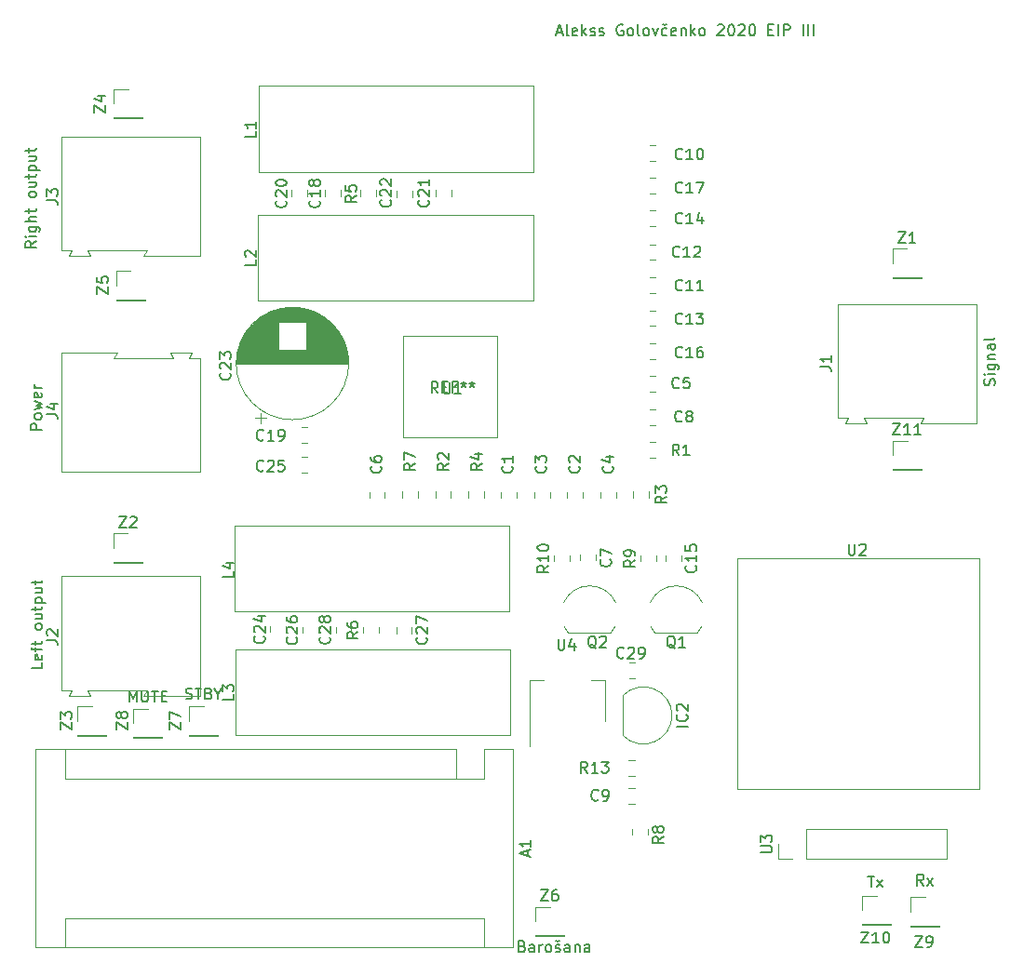
<source format=gbr>
G04 #@! TF.GenerationSoftware,KiCad,Pcbnew,(5.1.4)-1*
G04 #@! TF.CreationDate,2020-12-07T13:54:22+02:00*
G04 #@! TF.ProjectId,TDA7491 OP AMP,54444137-3439-4312-904f-5020414d502e,rev?*
G04 #@! TF.SameCoordinates,Original*
G04 #@! TF.FileFunction,Legend,Top*
G04 #@! TF.FilePolarity,Positive*
%FSLAX46Y46*%
G04 Gerber Fmt 4.6, Leading zero omitted, Abs format (unit mm)*
G04 Created by KiCad (PCBNEW (5.1.4)-1) date 2020-12-07 13:54:22*
%MOMM*%
%LPD*%
G04 APERTURE LIST*
%ADD10C,0.150000*%
%ADD11C,0.120000*%
G04 APERTURE END LIST*
D10*
X144409523Y-63116666D02*
X144885714Y-63116666D01*
X144314285Y-63402380D02*
X144647619Y-62402380D01*
X144980952Y-63402380D01*
X145457142Y-63402380D02*
X145361904Y-63354761D01*
X145314285Y-63259523D01*
X145314285Y-62402380D01*
X146219047Y-63354761D02*
X146123809Y-63402380D01*
X145933333Y-63402380D01*
X145838095Y-63354761D01*
X145790476Y-63259523D01*
X145790476Y-62878571D01*
X145838095Y-62783333D01*
X145933333Y-62735714D01*
X146123809Y-62735714D01*
X146219047Y-62783333D01*
X146266666Y-62878571D01*
X146266666Y-62973809D01*
X145790476Y-63069047D01*
X146695238Y-63402380D02*
X146695238Y-62402380D01*
X146790476Y-63021428D02*
X147076190Y-63402380D01*
X147076190Y-62735714D02*
X146695238Y-63116666D01*
X147457142Y-63354761D02*
X147552380Y-63402380D01*
X147742857Y-63402380D01*
X147838095Y-63354761D01*
X147885714Y-63259523D01*
X147885714Y-63211904D01*
X147838095Y-63116666D01*
X147742857Y-63069047D01*
X147600000Y-63069047D01*
X147504761Y-63021428D01*
X147457142Y-62926190D01*
X147457142Y-62878571D01*
X147504761Y-62783333D01*
X147600000Y-62735714D01*
X147742857Y-62735714D01*
X147838095Y-62783333D01*
X148266666Y-63354761D02*
X148361904Y-63402380D01*
X148552380Y-63402380D01*
X148647619Y-63354761D01*
X148695238Y-63259523D01*
X148695238Y-63211904D01*
X148647619Y-63116666D01*
X148552380Y-63069047D01*
X148409523Y-63069047D01*
X148314285Y-63021428D01*
X148266666Y-62926190D01*
X148266666Y-62878571D01*
X148314285Y-62783333D01*
X148409523Y-62735714D01*
X148552380Y-62735714D01*
X148647619Y-62783333D01*
X150409523Y-62450000D02*
X150314285Y-62402380D01*
X150171428Y-62402380D01*
X150028571Y-62450000D01*
X149933333Y-62545238D01*
X149885714Y-62640476D01*
X149838095Y-62830952D01*
X149838095Y-62973809D01*
X149885714Y-63164285D01*
X149933333Y-63259523D01*
X150028571Y-63354761D01*
X150171428Y-63402380D01*
X150266666Y-63402380D01*
X150409523Y-63354761D01*
X150457142Y-63307142D01*
X150457142Y-62973809D01*
X150266666Y-62973809D01*
X151028571Y-63402380D02*
X150933333Y-63354761D01*
X150885714Y-63307142D01*
X150838095Y-63211904D01*
X150838095Y-62926190D01*
X150885714Y-62830952D01*
X150933333Y-62783333D01*
X151028571Y-62735714D01*
X151171428Y-62735714D01*
X151266666Y-62783333D01*
X151314285Y-62830952D01*
X151361904Y-62926190D01*
X151361904Y-63211904D01*
X151314285Y-63307142D01*
X151266666Y-63354761D01*
X151171428Y-63402380D01*
X151028571Y-63402380D01*
X151933333Y-63402380D02*
X151838095Y-63354761D01*
X151790476Y-63259523D01*
X151790476Y-62402380D01*
X152457142Y-63402380D02*
X152361904Y-63354761D01*
X152314285Y-63307142D01*
X152266666Y-63211904D01*
X152266666Y-62926190D01*
X152314285Y-62830952D01*
X152361904Y-62783333D01*
X152457142Y-62735714D01*
X152600000Y-62735714D01*
X152695238Y-62783333D01*
X152742857Y-62830952D01*
X152790476Y-62926190D01*
X152790476Y-63211904D01*
X152742857Y-63307142D01*
X152695238Y-63354761D01*
X152600000Y-63402380D01*
X152457142Y-63402380D01*
X153123809Y-62735714D02*
X153361904Y-63402380D01*
X153600000Y-62735714D01*
X154409523Y-63354761D02*
X154314285Y-63402380D01*
X154123809Y-63402380D01*
X154028571Y-63354761D01*
X153980952Y-63307142D01*
X153933333Y-63211904D01*
X153933333Y-62926190D01*
X153980952Y-62830952D01*
X154028571Y-62783333D01*
X154123809Y-62735714D01*
X154314285Y-62735714D01*
X154409523Y-62783333D01*
X154028571Y-62354761D02*
X154219047Y-62497619D01*
X154409523Y-62354761D01*
X155219047Y-63354761D02*
X155123809Y-63402380D01*
X154933333Y-63402380D01*
X154838095Y-63354761D01*
X154790476Y-63259523D01*
X154790476Y-62878571D01*
X154838095Y-62783333D01*
X154933333Y-62735714D01*
X155123809Y-62735714D01*
X155219047Y-62783333D01*
X155266666Y-62878571D01*
X155266666Y-62973809D01*
X154790476Y-63069047D01*
X155695238Y-62735714D02*
X155695238Y-63402380D01*
X155695238Y-62830952D02*
X155742857Y-62783333D01*
X155838095Y-62735714D01*
X155980952Y-62735714D01*
X156076190Y-62783333D01*
X156123809Y-62878571D01*
X156123809Y-63402380D01*
X156600000Y-63402380D02*
X156600000Y-62402380D01*
X156695238Y-63021428D02*
X156980952Y-63402380D01*
X156980952Y-62735714D02*
X156600000Y-63116666D01*
X157552380Y-63402380D02*
X157457142Y-63354761D01*
X157409523Y-63307142D01*
X157361904Y-63211904D01*
X157361904Y-62926190D01*
X157409523Y-62830952D01*
X157457142Y-62783333D01*
X157552380Y-62735714D01*
X157695238Y-62735714D01*
X157790476Y-62783333D01*
X157838095Y-62830952D01*
X157885714Y-62926190D01*
X157885714Y-63211904D01*
X157838095Y-63307142D01*
X157790476Y-63354761D01*
X157695238Y-63402380D01*
X157552380Y-63402380D01*
X159028571Y-62497619D02*
X159076190Y-62450000D01*
X159171428Y-62402380D01*
X159409523Y-62402380D01*
X159504761Y-62450000D01*
X159552380Y-62497619D01*
X159600000Y-62592857D01*
X159600000Y-62688095D01*
X159552380Y-62830952D01*
X158980952Y-63402380D01*
X159600000Y-63402380D01*
X160219047Y-62402380D02*
X160314285Y-62402380D01*
X160409523Y-62450000D01*
X160457142Y-62497619D01*
X160504761Y-62592857D01*
X160552380Y-62783333D01*
X160552380Y-63021428D01*
X160504761Y-63211904D01*
X160457142Y-63307142D01*
X160409523Y-63354761D01*
X160314285Y-63402380D01*
X160219047Y-63402380D01*
X160123809Y-63354761D01*
X160076190Y-63307142D01*
X160028571Y-63211904D01*
X159980952Y-63021428D01*
X159980952Y-62783333D01*
X160028571Y-62592857D01*
X160076190Y-62497619D01*
X160123809Y-62450000D01*
X160219047Y-62402380D01*
X160933333Y-62497619D02*
X160980952Y-62450000D01*
X161076190Y-62402380D01*
X161314285Y-62402380D01*
X161409523Y-62450000D01*
X161457142Y-62497619D01*
X161504761Y-62592857D01*
X161504761Y-62688095D01*
X161457142Y-62830952D01*
X160885714Y-63402380D01*
X161504761Y-63402380D01*
X162123809Y-62402380D02*
X162219047Y-62402380D01*
X162314285Y-62450000D01*
X162361904Y-62497619D01*
X162409523Y-62592857D01*
X162457142Y-62783333D01*
X162457142Y-63021428D01*
X162409523Y-63211904D01*
X162361904Y-63307142D01*
X162314285Y-63354761D01*
X162219047Y-63402380D01*
X162123809Y-63402380D01*
X162028571Y-63354761D01*
X161980952Y-63307142D01*
X161933333Y-63211904D01*
X161885714Y-63021428D01*
X161885714Y-62783333D01*
X161933333Y-62592857D01*
X161980952Y-62497619D01*
X162028571Y-62450000D01*
X162123809Y-62402380D01*
X163647619Y-62878571D02*
X163980952Y-62878571D01*
X164123809Y-63402380D02*
X163647619Y-63402380D01*
X163647619Y-62402380D01*
X164123809Y-62402380D01*
X164552380Y-63402380D02*
X164552380Y-62402380D01*
X165028571Y-63402380D02*
X165028571Y-62402380D01*
X165409523Y-62402380D01*
X165504761Y-62450000D01*
X165552380Y-62497619D01*
X165600000Y-62592857D01*
X165600000Y-62735714D01*
X165552380Y-62830952D01*
X165504761Y-62878571D01*
X165409523Y-62926190D01*
X165028571Y-62926190D01*
X166790476Y-63402380D02*
X166790476Y-62402380D01*
X167266666Y-63402380D02*
X167266666Y-62402380D01*
X167742857Y-63402380D02*
X167742857Y-62402380D01*
X97052380Y-82130952D02*
X96576190Y-82464285D01*
X97052380Y-82702380D02*
X96052380Y-82702380D01*
X96052380Y-82321428D01*
X96100000Y-82226190D01*
X96147619Y-82178571D01*
X96242857Y-82130952D01*
X96385714Y-82130952D01*
X96480952Y-82178571D01*
X96528571Y-82226190D01*
X96576190Y-82321428D01*
X96576190Y-82702380D01*
X97052380Y-81702380D02*
X96385714Y-81702380D01*
X96052380Y-81702380D02*
X96100000Y-81750000D01*
X96147619Y-81702380D01*
X96100000Y-81654761D01*
X96052380Y-81702380D01*
X96147619Y-81702380D01*
X96385714Y-80797619D02*
X97195238Y-80797619D01*
X97290476Y-80845238D01*
X97338095Y-80892857D01*
X97385714Y-80988095D01*
X97385714Y-81130952D01*
X97338095Y-81226190D01*
X97004761Y-80797619D02*
X97052380Y-80892857D01*
X97052380Y-81083333D01*
X97004761Y-81178571D01*
X96957142Y-81226190D01*
X96861904Y-81273809D01*
X96576190Y-81273809D01*
X96480952Y-81226190D01*
X96433333Y-81178571D01*
X96385714Y-81083333D01*
X96385714Y-80892857D01*
X96433333Y-80797619D01*
X97052380Y-80321428D02*
X96052380Y-80321428D01*
X97052380Y-79892857D02*
X96528571Y-79892857D01*
X96433333Y-79940476D01*
X96385714Y-80035714D01*
X96385714Y-80178571D01*
X96433333Y-80273809D01*
X96480952Y-80321428D01*
X96385714Y-79559523D02*
X96385714Y-79178571D01*
X96052380Y-79416666D02*
X96909523Y-79416666D01*
X97004761Y-79369047D01*
X97052380Y-79273809D01*
X97052380Y-79178571D01*
X97052380Y-77940476D02*
X97004761Y-78035714D01*
X96957142Y-78083333D01*
X96861904Y-78130952D01*
X96576190Y-78130952D01*
X96480952Y-78083333D01*
X96433333Y-78035714D01*
X96385714Y-77940476D01*
X96385714Y-77797619D01*
X96433333Y-77702380D01*
X96480952Y-77654761D01*
X96576190Y-77607142D01*
X96861904Y-77607142D01*
X96957142Y-77654761D01*
X97004761Y-77702380D01*
X97052380Y-77797619D01*
X97052380Y-77940476D01*
X96385714Y-76750000D02*
X97052380Y-76750000D01*
X96385714Y-77178571D02*
X96909523Y-77178571D01*
X97004761Y-77130952D01*
X97052380Y-77035714D01*
X97052380Y-76892857D01*
X97004761Y-76797619D01*
X96957142Y-76750000D01*
X96385714Y-76416666D02*
X96385714Y-76035714D01*
X96052380Y-76273809D02*
X96909523Y-76273809D01*
X97004761Y-76226190D01*
X97052380Y-76130952D01*
X97052380Y-76035714D01*
X96385714Y-75702380D02*
X97385714Y-75702380D01*
X96433333Y-75702380D02*
X96385714Y-75607142D01*
X96385714Y-75416666D01*
X96433333Y-75321428D01*
X96480952Y-75273809D01*
X96576190Y-75226190D01*
X96861904Y-75226190D01*
X96957142Y-75273809D01*
X97004761Y-75321428D01*
X97052380Y-75416666D01*
X97052380Y-75607142D01*
X97004761Y-75702380D01*
X96385714Y-74369047D02*
X97052380Y-74369047D01*
X96385714Y-74797619D02*
X96909523Y-74797619D01*
X97004761Y-74750000D01*
X97052380Y-74654761D01*
X97052380Y-74511904D01*
X97004761Y-74416666D01*
X96957142Y-74369047D01*
X96385714Y-74035714D02*
X96385714Y-73654761D01*
X96052380Y-73892857D02*
X96909523Y-73892857D01*
X97004761Y-73845238D01*
X97052380Y-73750000D01*
X97052380Y-73654761D01*
X97552380Y-99276190D02*
X96552380Y-99276190D01*
X96552380Y-98895238D01*
X96600000Y-98800000D01*
X96647619Y-98752380D01*
X96742857Y-98704761D01*
X96885714Y-98704761D01*
X96980952Y-98752380D01*
X97028571Y-98800000D01*
X97076190Y-98895238D01*
X97076190Y-99276190D01*
X97552380Y-98133333D02*
X97504761Y-98228571D01*
X97457142Y-98276190D01*
X97361904Y-98323809D01*
X97076190Y-98323809D01*
X96980952Y-98276190D01*
X96933333Y-98228571D01*
X96885714Y-98133333D01*
X96885714Y-97990476D01*
X96933333Y-97895238D01*
X96980952Y-97847619D01*
X97076190Y-97800000D01*
X97361904Y-97800000D01*
X97457142Y-97847619D01*
X97504761Y-97895238D01*
X97552380Y-97990476D01*
X97552380Y-98133333D01*
X96885714Y-97466666D02*
X97552380Y-97276190D01*
X97076190Y-97085714D01*
X97552380Y-96895238D01*
X96885714Y-96704761D01*
X97504761Y-95942857D02*
X97552380Y-96038095D01*
X97552380Y-96228571D01*
X97504761Y-96323809D01*
X97409523Y-96371428D01*
X97028571Y-96371428D01*
X96933333Y-96323809D01*
X96885714Y-96228571D01*
X96885714Y-96038095D01*
X96933333Y-95942857D01*
X97028571Y-95895238D01*
X97123809Y-95895238D01*
X97219047Y-96371428D01*
X97552380Y-95466666D02*
X96885714Y-95466666D01*
X97076190Y-95466666D02*
X96980952Y-95419047D01*
X96933333Y-95371428D01*
X96885714Y-95276190D01*
X96885714Y-95180952D01*
X110654761Y-123754761D02*
X110797619Y-123802380D01*
X111035714Y-123802380D01*
X111130952Y-123754761D01*
X111178571Y-123707142D01*
X111226190Y-123611904D01*
X111226190Y-123516666D01*
X111178571Y-123421428D01*
X111130952Y-123373809D01*
X111035714Y-123326190D01*
X110845238Y-123278571D01*
X110750000Y-123230952D01*
X110702380Y-123183333D01*
X110654761Y-123088095D01*
X110654761Y-122992857D01*
X110702380Y-122897619D01*
X110750000Y-122850000D01*
X110845238Y-122802380D01*
X111083333Y-122802380D01*
X111226190Y-122850000D01*
X111511904Y-122802380D02*
X112083333Y-122802380D01*
X111797619Y-123802380D02*
X111797619Y-122802380D01*
X112750000Y-123278571D02*
X112892857Y-123326190D01*
X112940476Y-123373809D01*
X112988095Y-123469047D01*
X112988095Y-123611904D01*
X112940476Y-123707142D01*
X112892857Y-123754761D01*
X112797619Y-123802380D01*
X112416666Y-123802380D01*
X112416666Y-122802380D01*
X112750000Y-122802380D01*
X112845238Y-122850000D01*
X112892857Y-122897619D01*
X112940476Y-122992857D01*
X112940476Y-123088095D01*
X112892857Y-123183333D01*
X112845238Y-123230952D01*
X112750000Y-123278571D01*
X112416666Y-123278571D01*
X113607142Y-123326190D02*
X113607142Y-123802380D01*
X113273809Y-122802380D02*
X113607142Y-123326190D01*
X113940476Y-122802380D01*
X105509523Y-124052380D02*
X105509523Y-123052380D01*
X105842857Y-123766666D01*
X106176190Y-123052380D01*
X106176190Y-124052380D01*
X106652380Y-123052380D02*
X106652380Y-123861904D01*
X106700000Y-123957142D01*
X106747619Y-124004761D01*
X106842857Y-124052380D01*
X107033333Y-124052380D01*
X107128571Y-124004761D01*
X107176190Y-123957142D01*
X107223809Y-123861904D01*
X107223809Y-123052380D01*
X107557142Y-123052380D02*
X108128571Y-123052380D01*
X107842857Y-124052380D02*
X107842857Y-123052380D01*
X108461904Y-123528571D02*
X108795238Y-123528571D01*
X108938095Y-124052380D02*
X108461904Y-124052380D01*
X108461904Y-123052380D01*
X108938095Y-123052380D01*
X97602380Y-120502380D02*
X97602380Y-120978571D01*
X96602380Y-120978571D01*
X97554761Y-119788095D02*
X97602380Y-119883333D01*
X97602380Y-120073809D01*
X97554761Y-120169047D01*
X97459523Y-120216666D01*
X97078571Y-120216666D01*
X96983333Y-120169047D01*
X96935714Y-120073809D01*
X96935714Y-119883333D01*
X96983333Y-119788095D01*
X97078571Y-119740476D01*
X97173809Y-119740476D01*
X97269047Y-120216666D01*
X96935714Y-119454761D02*
X96935714Y-119073809D01*
X97602380Y-119311904D02*
X96745238Y-119311904D01*
X96650000Y-119264285D01*
X96602380Y-119169047D01*
X96602380Y-119073809D01*
X96935714Y-118883333D02*
X96935714Y-118502380D01*
X96602380Y-118740476D02*
X97459523Y-118740476D01*
X97554761Y-118692857D01*
X97602380Y-118597619D01*
X97602380Y-118502380D01*
X97602380Y-117264285D02*
X97554761Y-117359523D01*
X97507142Y-117407142D01*
X97411904Y-117454761D01*
X97126190Y-117454761D01*
X97030952Y-117407142D01*
X96983333Y-117359523D01*
X96935714Y-117264285D01*
X96935714Y-117121428D01*
X96983333Y-117026190D01*
X97030952Y-116978571D01*
X97126190Y-116930952D01*
X97411904Y-116930952D01*
X97507142Y-116978571D01*
X97554761Y-117026190D01*
X97602380Y-117121428D01*
X97602380Y-117264285D01*
X96935714Y-116073809D02*
X97602380Y-116073809D01*
X96935714Y-116502380D02*
X97459523Y-116502380D01*
X97554761Y-116454761D01*
X97602380Y-116359523D01*
X97602380Y-116216666D01*
X97554761Y-116121428D01*
X97507142Y-116073809D01*
X96935714Y-115740476D02*
X96935714Y-115359523D01*
X96602380Y-115597619D02*
X97459523Y-115597619D01*
X97554761Y-115550000D01*
X97602380Y-115454761D01*
X97602380Y-115359523D01*
X96935714Y-115026190D02*
X97935714Y-115026190D01*
X96983333Y-115026190D02*
X96935714Y-114930952D01*
X96935714Y-114740476D01*
X96983333Y-114645238D01*
X97030952Y-114597619D01*
X97126190Y-114550000D01*
X97411904Y-114550000D01*
X97507142Y-114597619D01*
X97554761Y-114645238D01*
X97602380Y-114740476D01*
X97602380Y-114930952D01*
X97554761Y-115026190D01*
X96935714Y-113692857D02*
X97602380Y-113692857D01*
X96935714Y-114121428D02*
X97459523Y-114121428D01*
X97554761Y-114073809D01*
X97602380Y-113978571D01*
X97602380Y-113835714D01*
X97554761Y-113740476D01*
X97507142Y-113692857D01*
X96935714Y-113359523D02*
X96935714Y-112978571D01*
X96602380Y-113216666D02*
X97459523Y-113216666D01*
X97554761Y-113169047D01*
X97602380Y-113073809D01*
X97602380Y-112978571D01*
X141245238Y-146278571D02*
X141388095Y-146326190D01*
X141435714Y-146373809D01*
X141483333Y-146469047D01*
X141483333Y-146611904D01*
X141435714Y-146707142D01*
X141388095Y-146754761D01*
X141292857Y-146802380D01*
X140911904Y-146802380D01*
X140911904Y-145802380D01*
X141245238Y-145802380D01*
X141340476Y-145850000D01*
X141388095Y-145897619D01*
X141435714Y-145992857D01*
X141435714Y-146088095D01*
X141388095Y-146183333D01*
X141340476Y-146230952D01*
X141245238Y-146278571D01*
X140911904Y-146278571D01*
X142340476Y-146802380D02*
X142340476Y-146278571D01*
X142292857Y-146183333D01*
X142197619Y-146135714D01*
X142007142Y-146135714D01*
X141911904Y-146183333D01*
X142340476Y-146754761D02*
X142245238Y-146802380D01*
X142007142Y-146802380D01*
X141911904Y-146754761D01*
X141864285Y-146659523D01*
X141864285Y-146564285D01*
X141911904Y-146469047D01*
X142007142Y-146421428D01*
X142245238Y-146421428D01*
X142340476Y-146373809D01*
X142816666Y-146802380D02*
X142816666Y-146135714D01*
X142816666Y-146326190D02*
X142864285Y-146230952D01*
X142911904Y-146183333D01*
X143007142Y-146135714D01*
X143102380Y-146135714D01*
X143578571Y-146802380D02*
X143483333Y-146754761D01*
X143435714Y-146707142D01*
X143388095Y-146611904D01*
X143388095Y-146326190D01*
X143435714Y-146230952D01*
X143483333Y-146183333D01*
X143578571Y-146135714D01*
X143721428Y-146135714D01*
X143816666Y-146183333D01*
X143864285Y-146230952D01*
X143911904Y-146326190D01*
X143911904Y-146611904D01*
X143864285Y-146707142D01*
X143816666Y-146754761D01*
X143721428Y-146802380D01*
X143578571Y-146802380D01*
X144292857Y-146754761D02*
X144388095Y-146802380D01*
X144578571Y-146802380D01*
X144673809Y-146754761D01*
X144721428Y-146659523D01*
X144721428Y-146611904D01*
X144673809Y-146516666D01*
X144578571Y-146469047D01*
X144435714Y-146469047D01*
X144340476Y-146421428D01*
X144292857Y-146326190D01*
X144292857Y-146278571D01*
X144340476Y-146183333D01*
X144435714Y-146135714D01*
X144578571Y-146135714D01*
X144673809Y-146183333D01*
X144292857Y-145754761D02*
X144483333Y-145897619D01*
X144673809Y-145754761D01*
X145578571Y-146802380D02*
X145578571Y-146278571D01*
X145530952Y-146183333D01*
X145435714Y-146135714D01*
X145245238Y-146135714D01*
X145150000Y-146183333D01*
X145578571Y-146754761D02*
X145483333Y-146802380D01*
X145245238Y-146802380D01*
X145150000Y-146754761D01*
X145102380Y-146659523D01*
X145102380Y-146564285D01*
X145150000Y-146469047D01*
X145245238Y-146421428D01*
X145483333Y-146421428D01*
X145578571Y-146373809D01*
X146054761Y-146135714D02*
X146054761Y-146802380D01*
X146054761Y-146230952D02*
X146102380Y-146183333D01*
X146197619Y-146135714D01*
X146340476Y-146135714D01*
X146435714Y-146183333D01*
X146483333Y-146278571D01*
X146483333Y-146802380D01*
X147388095Y-146802380D02*
X147388095Y-146278571D01*
X147340476Y-146183333D01*
X147245238Y-146135714D01*
X147054761Y-146135714D01*
X146959523Y-146183333D01*
X147388095Y-146754761D02*
X147292857Y-146802380D01*
X147054761Y-146802380D01*
X146959523Y-146754761D01*
X146911904Y-146659523D01*
X146911904Y-146564285D01*
X146959523Y-146469047D01*
X147054761Y-146421428D01*
X147292857Y-146421428D01*
X147388095Y-146373809D01*
X177754761Y-140752380D02*
X177421428Y-140276190D01*
X177183333Y-140752380D02*
X177183333Y-139752380D01*
X177564285Y-139752380D01*
X177659523Y-139800000D01*
X177707142Y-139847619D01*
X177754761Y-139942857D01*
X177754761Y-140085714D01*
X177707142Y-140180952D01*
X177659523Y-140228571D01*
X177564285Y-140276190D01*
X177183333Y-140276190D01*
X178088095Y-140752380D02*
X178611904Y-140085714D01*
X178088095Y-140085714D02*
X178611904Y-140752380D01*
X172709523Y-139902380D02*
X173280952Y-139902380D01*
X172995238Y-140902380D02*
X172995238Y-139902380D01*
X173519047Y-140902380D02*
X174042857Y-140235714D01*
X173519047Y-140235714D02*
X174042857Y-140902380D01*
X184204761Y-95242857D02*
X184252380Y-95100000D01*
X184252380Y-94861904D01*
X184204761Y-94766666D01*
X184157142Y-94719047D01*
X184061904Y-94671428D01*
X183966666Y-94671428D01*
X183871428Y-94719047D01*
X183823809Y-94766666D01*
X183776190Y-94861904D01*
X183728571Y-95052380D01*
X183680952Y-95147619D01*
X183633333Y-95195238D01*
X183538095Y-95242857D01*
X183442857Y-95242857D01*
X183347619Y-95195238D01*
X183300000Y-95147619D01*
X183252380Y-95052380D01*
X183252380Y-94814285D01*
X183300000Y-94671428D01*
X184252380Y-94242857D02*
X183585714Y-94242857D01*
X183252380Y-94242857D02*
X183300000Y-94290476D01*
X183347619Y-94242857D01*
X183300000Y-94195238D01*
X183252380Y-94242857D01*
X183347619Y-94242857D01*
X183585714Y-93338095D02*
X184395238Y-93338095D01*
X184490476Y-93385714D01*
X184538095Y-93433333D01*
X184585714Y-93528571D01*
X184585714Y-93671428D01*
X184538095Y-93766666D01*
X184204761Y-93338095D02*
X184252380Y-93433333D01*
X184252380Y-93623809D01*
X184204761Y-93719047D01*
X184157142Y-93766666D01*
X184061904Y-93814285D01*
X183776190Y-93814285D01*
X183680952Y-93766666D01*
X183633333Y-93719047D01*
X183585714Y-93623809D01*
X183585714Y-93433333D01*
X183633333Y-93338095D01*
X183585714Y-92861904D02*
X184252380Y-92861904D01*
X183680952Y-92861904D02*
X183633333Y-92814285D01*
X183585714Y-92719047D01*
X183585714Y-92576190D01*
X183633333Y-92480952D01*
X183728571Y-92433333D01*
X184252380Y-92433333D01*
X184252380Y-91528571D02*
X183728571Y-91528571D01*
X183633333Y-91576190D01*
X183585714Y-91671428D01*
X183585714Y-91861904D01*
X183633333Y-91957142D01*
X184204761Y-91528571D02*
X184252380Y-91623809D01*
X184252380Y-91861904D01*
X184204761Y-91957142D01*
X184109523Y-92004761D01*
X184014285Y-92004761D01*
X183919047Y-91957142D01*
X183871428Y-91861904D01*
X183871428Y-91623809D01*
X183823809Y-91528571D01*
X184252380Y-90909523D02*
X184204761Y-91004761D01*
X184109523Y-91052380D01*
X183252380Y-91052380D01*
D11*
X130390800Y-90758800D02*
X130390800Y-99953600D01*
X130390800Y-99953600D02*
X138976000Y-99953600D01*
X138976000Y-90758800D02*
X130390800Y-90758800D01*
X138976000Y-99953600D02*
X138976000Y-90758800D01*
X174946000Y-100270000D02*
X176276000Y-100270000D01*
X174946000Y-101600000D02*
X174946000Y-100270000D01*
X174946000Y-102870000D02*
X177606000Y-102870000D01*
X177606000Y-102870000D02*
X177606000Y-102930000D01*
X174946000Y-102870000D02*
X174946000Y-102930000D01*
X174946000Y-102930000D02*
X177606000Y-102930000D01*
X172152000Y-141672000D02*
X173482000Y-141672000D01*
X172152000Y-143002000D02*
X172152000Y-141672000D01*
X172152000Y-144272000D02*
X174812000Y-144272000D01*
X174812000Y-144272000D02*
X174812000Y-144332000D01*
X172152000Y-144272000D02*
X172152000Y-144332000D01*
X172152000Y-144332000D02*
X174812000Y-144332000D01*
X176570000Y-141820000D02*
X177900000Y-141820000D01*
X176570000Y-143150000D02*
X176570000Y-141820000D01*
X176570000Y-144420000D02*
X179230000Y-144420000D01*
X179230000Y-144420000D02*
X179230000Y-144480000D01*
X176570000Y-144420000D02*
X176570000Y-144480000D01*
X176570000Y-144480000D02*
X179230000Y-144480000D01*
X105858000Y-124654000D02*
X107188000Y-124654000D01*
X105858000Y-125984000D02*
X105858000Y-124654000D01*
X105858000Y-127254000D02*
X108518000Y-127254000D01*
X108518000Y-127254000D02*
X108518000Y-127314000D01*
X105858000Y-127254000D02*
X105858000Y-127314000D01*
X105858000Y-127314000D02*
X108518000Y-127314000D01*
X110938000Y-124474000D02*
X112268000Y-124474000D01*
X110938000Y-125804000D02*
X110938000Y-124474000D01*
X110938000Y-127074000D02*
X113598000Y-127074000D01*
X113598000Y-127074000D02*
X113598000Y-127134000D01*
X110938000Y-127074000D02*
X110938000Y-127134000D01*
X110938000Y-127134000D02*
X113598000Y-127134000D01*
X142434000Y-142688000D02*
X143764000Y-142688000D01*
X142434000Y-144018000D02*
X142434000Y-142688000D01*
X142434000Y-145288000D02*
X145094000Y-145288000D01*
X145094000Y-145288000D02*
X145094000Y-145348000D01*
X142434000Y-145288000D02*
X142434000Y-145348000D01*
X142434000Y-145348000D02*
X145094000Y-145348000D01*
X104320000Y-84850000D02*
X105650000Y-84850000D01*
X104320000Y-86180000D02*
X104320000Y-84850000D01*
X104320000Y-87450000D02*
X106980000Y-87450000D01*
X106980000Y-87450000D02*
X106980000Y-87510000D01*
X104320000Y-87450000D02*
X104320000Y-87510000D01*
X104320000Y-87510000D02*
X106980000Y-87510000D01*
X104080000Y-68266000D02*
X105410000Y-68266000D01*
X104080000Y-69596000D02*
X104080000Y-68266000D01*
X104080000Y-70866000D02*
X106740000Y-70866000D01*
X106740000Y-70866000D02*
X106740000Y-70926000D01*
X104080000Y-70866000D02*
X104080000Y-70926000D01*
X104080000Y-70926000D02*
X106740000Y-70926000D01*
X100778000Y-124474000D02*
X102108000Y-124474000D01*
X100778000Y-125804000D02*
X100778000Y-124474000D01*
X100778000Y-127074000D02*
X103438000Y-127074000D01*
X103438000Y-127074000D02*
X103438000Y-127134000D01*
X100778000Y-127074000D02*
X100778000Y-127134000D01*
X100778000Y-127134000D02*
X103438000Y-127134000D01*
X104066000Y-108726000D02*
X105396000Y-108726000D01*
X104066000Y-110056000D02*
X104066000Y-108726000D01*
X104066000Y-111326000D02*
X106726000Y-111326000D01*
X106726000Y-111326000D02*
X106726000Y-111386000D01*
X104066000Y-111326000D02*
X104066000Y-111386000D01*
X104066000Y-111386000D02*
X106726000Y-111386000D01*
X174932000Y-82818000D02*
X176262000Y-82818000D01*
X174932000Y-84148000D02*
X174932000Y-82818000D01*
X174932000Y-85418000D02*
X177592000Y-85418000D01*
X177592000Y-85418000D02*
X177592000Y-85478000D01*
X174932000Y-85418000D02*
X174932000Y-85478000D01*
X174932000Y-85478000D02*
X177592000Y-85478000D01*
X116981000Y-98229646D02*
X117981000Y-98229646D01*
X117481000Y-98729646D02*
X117481000Y-97729646D01*
X119757000Y-88169000D02*
X120955000Y-88169000D01*
X119494000Y-88209000D02*
X121218000Y-88209000D01*
X119294000Y-88249000D02*
X121418000Y-88249000D01*
X119126000Y-88289000D02*
X121586000Y-88289000D01*
X118978000Y-88329000D02*
X121734000Y-88329000D01*
X118846000Y-88369000D02*
X121866000Y-88369000D01*
X118726000Y-88409000D02*
X121986000Y-88409000D01*
X118614000Y-88449000D02*
X122098000Y-88449000D01*
X118510000Y-88489000D02*
X122202000Y-88489000D01*
X118412000Y-88529000D02*
X122300000Y-88529000D01*
X118319000Y-88569000D02*
X122393000Y-88569000D01*
X118231000Y-88609000D02*
X122481000Y-88609000D01*
X118147000Y-88649000D02*
X122565000Y-88649000D01*
X118067000Y-88689000D02*
X122645000Y-88689000D01*
X117991000Y-88729000D02*
X122721000Y-88729000D01*
X117917000Y-88769000D02*
X122795000Y-88769000D01*
X117846000Y-88809000D02*
X122866000Y-88809000D01*
X117777000Y-88849000D02*
X122935000Y-88849000D01*
X117711000Y-88889000D02*
X123001000Y-88889000D01*
X117647000Y-88929000D02*
X123065000Y-88929000D01*
X117586000Y-88969000D02*
X123126000Y-88969000D01*
X117526000Y-89009000D02*
X123186000Y-89009000D01*
X117467000Y-89049000D02*
X123245000Y-89049000D01*
X117411000Y-89089000D02*
X123301000Y-89089000D01*
X117356000Y-89129000D02*
X123356000Y-89129000D01*
X117302000Y-89169000D02*
X123410000Y-89169000D01*
X117250000Y-89209000D02*
X123462000Y-89209000D01*
X117200000Y-89249000D02*
X123512000Y-89249000D01*
X117150000Y-89289000D02*
X123562000Y-89289000D01*
X117102000Y-89329000D02*
X123610000Y-89329000D01*
X117055000Y-89369000D02*
X123657000Y-89369000D01*
X117009000Y-89409000D02*
X123703000Y-89409000D01*
X116964000Y-89449000D02*
X123748000Y-89449000D01*
X116920000Y-89489000D02*
X123792000Y-89489000D01*
X121597000Y-89529000D02*
X123834000Y-89529000D01*
X116878000Y-89529000D02*
X119115000Y-89529000D01*
X121597000Y-89569000D02*
X123876000Y-89569000D01*
X116836000Y-89569000D02*
X119115000Y-89569000D01*
X121597000Y-89609000D02*
X123917000Y-89609000D01*
X116795000Y-89609000D02*
X119115000Y-89609000D01*
X121597000Y-89649000D02*
X123957000Y-89649000D01*
X116755000Y-89649000D02*
X119115000Y-89649000D01*
X121597000Y-89689000D02*
X123996000Y-89689000D01*
X116716000Y-89689000D02*
X119115000Y-89689000D01*
X121597000Y-89729000D02*
X124035000Y-89729000D01*
X116677000Y-89729000D02*
X119115000Y-89729000D01*
X121597000Y-89769000D02*
X124072000Y-89769000D01*
X116640000Y-89769000D02*
X119115000Y-89769000D01*
X121597000Y-89809000D02*
X124109000Y-89809000D01*
X116603000Y-89809000D02*
X119115000Y-89809000D01*
X121597000Y-89849000D02*
X124145000Y-89849000D01*
X116567000Y-89849000D02*
X119115000Y-89849000D01*
X121597000Y-89889000D02*
X124180000Y-89889000D01*
X116532000Y-89889000D02*
X119115000Y-89889000D01*
X121597000Y-89929000D02*
X124214000Y-89929000D01*
X116498000Y-89929000D02*
X119115000Y-89929000D01*
X121597000Y-89969000D02*
X124248000Y-89969000D01*
X116464000Y-89969000D02*
X119115000Y-89969000D01*
X121597000Y-90009000D02*
X124281000Y-90009000D01*
X116431000Y-90009000D02*
X119115000Y-90009000D01*
X121597000Y-90049000D02*
X124313000Y-90049000D01*
X116399000Y-90049000D02*
X119115000Y-90049000D01*
X121597000Y-90089000D02*
X124345000Y-90089000D01*
X116367000Y-90089000D02*
X119115000Y-90089000D01*
X121597000Y-90129000D02*
X124376000Y-90129000D01*
X116336000Y-90129000D02*
X119115000Y-90129000D01*
X121597000Y-90169000D02*
X124406000Y-90169000D01*
X116306000Y-90169000D02*
X119115000Y-90169000D01*
X121597000Y-90209000D02*
X124436000Y-90209000D01*
X116276000Y-90209000D02*
X119115000Y-90209000D01*
X121597000Y-90249000D02*
X124466000Y-90249000D01*
X116246000Y-90249000D02*
X119115000Y-90249000D01*
X121597000Y-90289000D02*
X124494000Y-90289000D01*
X116218000Y-90289000D02*
X119115000Y-90289000D01*
X121597000Y-90329000D02*
X124522000Y-90329000D01*
X116190000Y-90329000D02*
X119115000Y-90329000D01*
X121597000Y-90369000D02*
X124550000Y-90369000D01*
X116162000Y-90369000D02*
X119115000Y-90369000D01*
X121597000Y-90409000D02*
X124577000Y-90409000D01*
X116135000Y-90409000D02*
X119115000Y-90409000D01*
X121597000Y-90449000D02*
X124603000Y-90449000D01*
X116109000Y-90449000D02*
X119115000Y-90449000D01*
X121597000Y-90489000D02*
X124629000Y-90489000D01*
X116083000Y-90489000D02*
X119115000Y-90489000D01*
X121597000Y-90529000D02*
X124654000Y-90529000D01*
X116058000Y-90529000D02*
X119115000Y-90529000D01*
X121597000Y-90569000D02*
X124679000Y-90569000D01*
X116033000Y-90569000D02*
X119115000Y-90569000D01*
X121597000Y-90609000D02*
X124703000Y-90609000D01*
X116009000Y-90609000D02*
X119115000Y-90609000D01*
X121597000Y-90649000D02*
X124727000Y-90649000D01*
X115985000Y-90649000D02*
X119115000Y-90649000D01*
X121597000Y-90689000D02*
X124751000Y-90689000D01*
X115961000Y-90689000D02*
X119115000Y-90689000D01*
X121597000Y-90729000D02*
X124773000Y-90729000D01*
X115939000Y-90729000D02*
X119115000Y-90729000D01*
X121597000Y-90769000D02*
X124796000Y-90769000D01*
X115916000Y-90769000D02*
X119115000Y-90769000D01*
X121597000Y-90809000D02*
X124818000Y-90809000D01*
X115894000Y-90809000D02*
X119115000Y-90809000D01*
X121597000Y-90849000D02*
X124839000Y-90849000D01*
X115873000Y-90849000D02*
X119115000Y-90849000D01*
X121597000Y-90889000D02*
X124860000Y-90889000D01*
X115852000Y-90889000D02*
X119115000Y-90889000D01*
X121597000Y-90929000D02*
X124881000Y-90929000D01*
X115831000Y-90929000D02*
X119115000Y-90929000D01*
X121597000Y-90969000D02*
X124901000Y-90969000D01*
X115811000Y-90969000D02*
X119115000Y-90969000D01*
X121597000Y-91009000D02*
X124920000Y-91009000D01*
X115792000Y-91009000D02*
X119115000Y-91009000D01*
X121597000Y-91049000D02*
X124940000Y-91049000D01*
X115772000Y-91049000D02*
X119115000Y-91049000D01*
X121597000Y-91089000D02*
X124959000Y-91089000D01*
X115753000Y-91089000D02*
X119115000Y-91089000D01*
X121597000Y-91129000D02*
X124977000Y-91129000D01*
X115735000Y-91129000D02*
X119115000Y-91129000D01*
X121597000Y-91169000D02*
X124995000Y-91169000D01*
X115717000Y-91169000D02*
X119115000Y-91169000D01*
X121597000Y-91209000D02*
X125013000Y-91209000D01*
X115699000Y-91209000D02*
X119115000Y-91209000D01*
X121597000Y-91249000D02*
X125030000Y-91249000D01*
X115682000Y-91249000D02*
X119115000Y-91249000D01*
X121597000Y-91289000D02*
X125046000Y-91289000D01*
X115666000Y-91289000D02*
X119115000Y-91289000D01*
X121597000Y-91329000D02*
X125063000Y-91329000D01*
X115649000Y-91329000D02*
X119115000Y-91329000D01*
X121597000Y-91369000D02*
X125079000Y-91369000D01*
X115633000Y-91369000D02*
X119115000Y-91369000D01*
X121597000Y-91409000D02*
X125094000Y-91409000D01*
X115618000Y-91409000D02*
X119115000Y-91409000D01*
X121597000Y-91449000D02*
X125110000Y-91449000D01*
X115602000Y-91449000D02*
X119115000Y-91449000D01*
X121597000Y-91489000D02*
X125124000Y-91489000D01*
X115588000Y-91489000D02*
X119115000Y-91489000D01*
X121597000Y-91529000D02*
X125139000Y-91529000D01*
X115573000Y-91529000D02*
X119115000Y-91529000D01*
X121597000Y-91569000D02*
X125153000Y-91569000D01*
X115559000Y-91569000D02*
X119115000Y-91569000D01*
X121597000Y-91609000D02*
X125167000Y-91609000D01*
X115545000Y-91609000D02*
X119115000Y-91609000D01*
X121597000Y-91649000D02*
X125180000Y-91649000D01*
X115532000Y-91649000D02*
X119115000Y-91649000D01*
X121597000Y-91689000D02*
X125193000Y-91689000D01*
X115519000Y-91689000D02*
X119115000Y-91689000D01*
X121597000Y-91729000D02*
X125206000Y-91729000D01*
X115506000Y-91729000D02*
X119115000Y-91729000D01*
X121597000Y-91769000D02*
X125218000Y-91769000D01*
X115494000Y-91769000D02*
X119115000Y-91769000D01*
X121597000Y-91809000D02*
X125230000Y-91809000D01*
X115482000Y-91809000D02*
X119115000Y-91809000D01*
X121597000Y-91849000D02*
X125241000Y-91849000D01*
X115471000Y-91849000D02*
X119115000Y-91849000D01*
X121597000Y-91889000D02*
X125253000Y-91889000D01*
X115459000Y-91889000D02*
X119115000Y-91889000D01*
X121597000Y-91929000D02*
X125263000Y-91929000D01*
X115449000Y-91929000D02*
X119115000Y-91929000D01*
X121597000Y-91969000D02*
X125274000Y-91969000D01*
X115438000Y-91969000D02*
X119115000Y-91969000D01*
X115428000Y-92009000D02*
X125284000Y-92009000D01*
X115418000Y-92049000D02*
X125294000Y-92049000D01*
X115409000Y-92089000D02*
X125303000Y-92089000D01*
X115400000Y-92129000D02*
X125312000Y-92129000D01*
X115391000Y-92169000D02*
X125321000Y-92169000D01*
X115382000Y-92209000D02*
X125330000Y-92209000D01*
X115374000Y-92249000D02*
X125338000Y-92249000D01*
X115366000Y-92289000D02*
X125346000Y-92289000D01*
X115359000Y-92329000D02*
X125353000Y-92329000D01*
X115352000Y-92369000D02*
X125360000Y-92369000D01*
X115345000Y-92409000D02*
X125367000Y-92409000D01*
X115338000Y-92449000D02*
X125374000Y-92449000D01*
X115332000Y-92489000D02*
X125380000Y-92489000D01*
X115326000Y-92529000D02*
X125386000Y-92529000D01*
X115321000Y-92570000D02*
X125391000Y-92570000D01*
X115316000Y-92610000D02*
X125396000Y-92610000D01*
X115311000Y-92650000D02*
X125401000Y-92650000D01*
X115306000Y-92690000D02*
X125406000Y-92690000D01*
X115302000Y-92730000D02*
X125410000Y-92730000D01*
X115298000Y-92770000D02*
X125414000Y-92770000D01*
X115294000Y-92810000D02*
X125418000Y-92810000D01*
X115291000Y-92850000D02*
X125421000Y-92850000D01*
X115288000Y-92890000D02*
X125424000Y-92890000D01*
X115286000Y-92930000D02*
X125426000Y-92930000D01*
X115283000Y-92970000D02*
X125429000Y-92970000D01*
X115281000Y-93010000D02*
X125431000Y-93010000D01*
X115279000Y-93050000D02*
X125433000Y-93050000D01*
X115278000Y-93090000D02*
X125434000Y-93090000D01*
X115277000Y-93130000D02*
X125435000Y-93130000D01*
X115276000Y-93170000D02*
X125436000Y-93170000D01*
X115276000Y-93210000D02*
X125436000Y-93210000D01*
X115276000Y-93250000D02*
X125436000Y-93250000D01*
X125476000Y-93250000D02*
G75*
G03X125476000Y-93250000I-5120000J0D01*
G01*
X117250000Y-87550000D02*
X117250000Y-79750000D01*
X142250000Y-87550000D02*
X117250000Y-87550000D01*
X142250000Y-79750000D02*
X142250000Y-87550000D01*
X117250000Y-79750000D02*
X142250000Y-79750000D01*
X182562000Y-98698000D02*
X182562000Y-87848000D01*
X177462000Y-98698000D02*
X182562000Y-98698000D01*
X177762000Y-98198000D02*
X177462000Y-98698000D01*
X172362000Y-98198000D02*
X177762000Y-98198000D01*
X172612000Y-98698000D02*
X172362000Y-98198000D01*
X172562000Y-98698000D02*
X172612000Y-98698000D01*
X170662000Y-98698000D02*
X172562000Y-98698000D01*
X170912000Y-98198000D02*
X170662000Y-98698000D01*
X169962000Y-98198000D02*
X170912000Y-98198000D01*
X169962000Y-87848000D02*
X169962000Y-98198000D01*
X182562000Y-87848000D02*
X169962000Y-87848000D01*
X115090000Y-115800000D02*
X115090000Y-108000000D01*
X140090000Y-115800000D02*
X115090000Y-115800000D01*
X140090000Y-108000000D02*
X140090000Y-115800000D01*
X115090000Y-108000000D02*
X140090000Y-108000000D01*
X141950000Y-128060000D02*
X141950000Y-122050000D01*
X148770000Y-125810000D02*
X148770000Y-122050000D01*
X141950000Y-122050000D02*
X143210000Y-122050000D01*
X148770000Y-122050000D02*
X147510000Y-122050000D01*
X164518000Y-138310000D02*
X164518000Y-136980000D01*
X165848000Y-138310000D02*
X164518000Y-138310000D01*
X167118000Y-138310000D02*
X167118000Y-135650000D01*
X167118000Y-135650000D02*
X179878000Y-135650000D01*
X167118000Y-138310000D02*
X179878000Y-138310000D01*
X179878000Y-138310000D02*
X179878000Y-135650000D01*
X182854000Y-111006000D02*
X160854000Y-111006000D01*
X182854000Y-132006000D02*
X182854000Y-111006000D01*
X160854000Y-132006000D02*
X182854000Y-132006000D01*
X160854000Y-111006000D02*
X160854000Y-132006000D01*
X151472252Y-129346000D02*
X150949748Y-129346000D01*
X151472252Y-130766000D02*
X150949748Y-130766000D01*
X145562000Y-111258252D02*
X145562000Y-110735748D01*
X144142000Y-111258252D02*
X144142000Y-110735748D01*
X153436000Y-111258252D02*
X153436000Y-110735748D01*
X152016000Y-111258252D02*
X152016000Y-110735748D01*
X151254000Y-135627748D02*
X151254000Y-136150252D01*
X152674000Y-135627748D02*
X152674000Y-136150252D01*
X130348000Y-104922748D02*
X130348000Y-105445252D01*
X131768000Y-104922748D02*
X131768000Y-105445252D01*
X136348000Y-104922748D02*
X136348000Y-105445252D01*
X137768000Y-104922748D02*
X137768000Y-105445252D01*
X152768000Y-105445252D02*
X152768000Y-104922748D01*
X151348000Y-105445252D02*
X151348000Y-104922748D01*
X133348000Y-104922748D02*
X133348000Y-105445252D01*
X134768000Y-104922748D02*
X134768000Y-105445252D01*
X153382752Y-98838000D02*
X152860248Y-98838000D01*
X153382752Y-97418000D02*
X152860248Y-97418000D01*
X149694383Y-117198264D02*
G75*
G02X149302000Y-117786000I-2302383J1112264D01*
G01*
X149748400Y-114987193D02*
G75*
G03X147392000Y-113486000I-2356400J-1098807D01*
G01*
X145035600Y-114987193D02*
G75*
G02X147392000Y-113486000I2356400J-1098807D01*
G01*
X145069369Y-117208045D02*
G75*
G03X145452000Y-117786000I2322631J1122045D01*
G01*
X145452000Y-117786000D02*
X149302000Y-117786000D01*
X157568383Y-117198264D02*
G75*
G02X157176000Y-117786000I-2302383J1112264D01*
G01*
X157622400Y-114987193D02*
G75*
G03X155266000Y-113486000I-2356400J-1098807D01*
G01*
X152909600Y-114987193D02*
G75*
G02X155266000Y-113486000I2356400J-1098807D01*
G01*
X152943369Y-117208045D02*
G75*
G03X153326000Y-117786000I2322631J1122045D01*
G01*
X153326000Y-117786000D02*
X157176000Y-117786000D01*
X99324000Y-92272000D02*
X99324000Y-103122000D01*
X104424000Y-92272000D02*
X99324000Y-92272000D01*
X104124000Y-92772000D02*
X104424000Y-92272000D01*
X109524000Y-92772000D02*
X104124000Y-92772000D01*
X109274000Y-92272000D02*
X109524000Y-92772000D01*
X109324000Y-92272000D02*
X109274000Y-92272000D01*
X111224000Y-92272000D02*
X109324000Y-92272000D01*
X110974000Y-92772000D02*
X111224000Y-92272000D01*
X111924000Y-92772000D02*
X110974000Y-92772000D01*
X111924000Y-103122000D02*
X111924000Y-92772000D01*
X99324000Y-103122000D02*
X111924000Y-103122000D01*
X150439522Y-127122478D02*
G75*
G03X154878000Y-125284000I1838478J1838478D01*
G01*
X150439522Y-123445522D02*
G75*
G02X154878000Y-125284000I1838478J-1838478D01*
G01*
X150428000Y-123484000D02*
X150428000Y-127084000D01*
X151539078Y-120456000D02*
X151021922Y-120456000D01*
X151539078Y-121876000D02*
X151021922Y-121876000D01*
X121696078Y-101790000D02*
X121178922Y-101790000D01*
X121696078Y-103210000D02*
X121178922Y-103210000D01*
X121178922Y-100460000D02*
X121696078Y-100460000D01*
X121178922Y-99040000D02*
X121696078Y-99040000D01*
X152862922Y-77790000D02*
X153380078Y-77790000D01*
X152862922Y-76370000D02*
X153380078Y-76370000D01*
X152862922Y-91418000D02*
X153380078Y-91418000D01*
X152862922Y-92838000D02*
X153380078Y-92838000D01*
X154290000Y-110741422D02*
X154290000Y-111258578D01*
X155710000Y-110741422D02*
X155710000Y-111258578D01*
X152862922Y-79336000D02*
X153380078Y-79336000D01*
X152862922Y-80756000D02*
X153380078Y-80756000D01*
X153380078Y-89838000D02*
X152862922Y-89838000D01*
X153380078Y-88418000D02*
X152862922Y-88418000D01*
X153380078Y-83838000D02*
X152862922Y-83838000D01*
X153380078Y-82418000D02*
X152862922Y-82418000D01*
X153380078Y-86838000D02*
X152862922Y-86838000D01*
X153380078Y-85418000D02*
X152862922Y-85418000D01*
X152862922Y-73370000D02*
X153380078Y-73370000D01*
X152862922Y-74790000D02*
X153380078Y-74790000D01*
X151460578Y-131886000D02*
X150943422Y-131886000D01*
X151460578Y-133306000D02*
X150943422Y-133306000D01*
X152862922Y-100418000D02*
X153380078Y-100418000D01*
X152862922Y-101838000D02*
X153380078Y-101838000D01*
X146540000Y-110668922D02*
X146540000Y-111186078D01*
X147960000Y-110668922D02*
X147960000Y-111186078D01*
X127348000Y-104925422D02*
X127348000Y-105442578D01*
X128768000Y-104925422D02*
X128768000Y-105442578D01*
X153380078Y-95838000D02*
X152862922Y-95838000D01*
X153380078Y-94418000D02*
X152862922Y-94418000D01*
X149768000Y-105442578D02*
X149768000Y-104925422D01*
X148348000Y-105442578D02*
X148348000Y-104925422D01*
X143768000Y-105442578D02*
X143768000Y-104925422D01*
X142348000Y-105442578D02*
X142348000Y-104925422D01*
X145348000Y-104925422D02*
X145348000Y-105442578D01*
X146768000Y-104925422D02*
X146768000Y-105442578D01*
X140768000Y-105442578D02*
X140768000Y-104925422D01*
X139348000Y-105442578D02*
X139348000Y-104925422D01*
X140440000Y-146390000D02*
X140440000Y-128350000D01*
X97000000Y-146390000D02*
X140440000Y-146390000D01*
X97000000Y-128350000D02*
X97000000Y-146390000D01*
X99670000Y-131020000D02*
X99670000Y-128350000D01*
X135230000Y-131020000D02*
X99670000Y-131020000D01*
X135230000Y-131020000D02*
X135230000Y-128350000D01*
X99670000Y-143720000D02*
X99670000Y-146390000D01*
X137770000Y-143720000D02*
X99670000Y-143720000D01*
X137770000Y-143720000D02*
X137770000Y-146390000D01*
X140440000Y-128350000D02*
X137770000Y-128350000D01*
X135230000Y-128350000D02*
X97000000Y-128350000D01*
X137770000Y-131020000D02*
X137770000Y-128350000D01*
X135230000Y-131020000D02*
X137770000Y-131020000D01*
X128210000Y-117778252D02*
X128210000Y-117255748D01*
X126790000Y-117778252D02*
X126790000Y-117255748D01*
X131252000Y-78094252D02*
X131252000Y-77571748D01*
X129832000Y-78094252D02*
X129832000Y-77571748D01*
X115140000Y-127092000D02*
X115140000Y-119292000D01*
X140140000Y-127092000D02*
X115140000Y-127092000D01*
X140140000Y-119292000D02*
X140140000Y-127092000D01*
X115140000Y-119292000D02*
X140140000Y-119292000D01*
X117292000Y-75800000D02*
X117292000Y-68000000D01*
X142292000Y-75800000D02*
X117292000Y-75800000D01*
X142292000Y-68000000D02*
X142292000Y-75800000D01*
X117292000Y-68000000D02*
X142292000Y-68000000D01*
X111924000Y-83478000D02*
X111924000Y-72628000D01*
X106824000Y-83478000D02*
X111924000Y-83478000D01*
X107124000Y-82978000D02*
X106824000Y-83478000D01*
X101724000Y-82978000D02*
X107124000Y-82978000D01*
X101974000Y-83478000D02*
X101724000Y-82978000D01*
X101924000Y-83478000D02*
X101974000Y-83478000D01*
X100024000Y-83478000D02*
X101924000Y-83478000D01*
X100274000Y-82978000D02*
X100024000Y-83478000D01*
X99324000Y-82978000D02*
X100274000Y-82978000D01*
X99324000Y-72628000D02*
X99324000Y-82978000D01*
X111924000Y-72628000D02*
X99324000Y-72628000D01*
X111924000Y-123478000D02*
X111924000Y-112628000D01*
X106824000Y-123478000D02*
X111924000Y-123478000D01*
X107124000Y-122978000D02*
X106824000Y-123478000D01*
X101724000Y-122978000D02*
X107124000Y-122978000D01*
X101974000Y-123478000D02*
X101724000Y-122978000D01*
X101924000Y-123478000D02*
X101974000Y-123478000D01*
X100024000Y-123478000D02*
X101924000Y-123478000D01*
X100274000Y-122978000D02*
X100024000Y-123478000D01*
X99324000Y-122978000D02*
X100274000Y-122978000D01*
X99324000Y-112628000D02*
X99324000Y-122978000D01*
X111924000Y-112628000D02*
X99324000Y-112628000D01*
X125710000Y-117768078D02*
X125710000Y-117250922D01*
X124290000Y-117768078D02*
X124290000Y-117250922D01*
X129790000Y-117280922D02*
X129790000Y-117798078D01*
X131210000Y-117280922D02*
X131210000Y-117798078D01*
X122710000Y-117770578D02*
X122710000Y-117253422D01*
X121290000Y-117770578D02*
X121290000Y-117253422D01*
X119762500Y-117690578D02*
X119762500Y-117173422D01*
X118342500Y-117690578D02*
X118342500Y-117173422D01*
X126530000Y-77491422D02*
X126530000Y-78008578D01*
X127950000Y-77491422D02*
X127950000Y-78008578D01*
X133388000Y-77491422D02*
X133388000Y-78008578D01*
X134808000Y-77491422D02*
X134808000Y-78008578D01*
X120290000Y-77491422D02*
X120290000Y-78008578D01*
X121710000Y-77491422D02*
X121710000Y-78008578D01*
X123290000Y-77491422D02*
X123290000Y-78008578D01*
X124710000Y-77491422D02*
X124710000Y-78008578D01*
D10*
X134112095Y-95008380D02*
X134112095Y-95817904D01*
X134159714Y-95913142D01*
X134207333Y-95960761D01*
X134302571Y-96008380D01*
X134493047Y-96008380D01*
X134588285Y-95960761D01*
X134635904Y-95913142D01*
X134683523Y-95817904D01*
X134683523Y-95008380D01*
X135683523Y-96008380D02*
X135112095Y-96008380D01*
X135397809Y-96008380D02*
X135397809Y-95008380D01*
X135302571Y-95151238D01*
X135207333Y-95246476D01*
X135112095Y-95294095D01*
X133580666Y-95928380D02*
X133247333Y-95452190D01*
X133009238Y-95928380D02*
X133009238Y-94928380D01*
X133390190Y-94928380D01*
X133485428Y-94976000D01*
X133533047Y-95023619D01*
X133580666Y-95118857D01*
X133580666Y-95261714D01*
X133533047Y-95356952D01*
X133485428Y-95404571D01*
X133390190Y-95452190D01*
X133009238Y-95452190D01*
X134009238Y-95404571D02*
X134342571Y-95404571D01*
X134485428Y-95928380D02*
X134009238Y-95928380D01*
X134009238Y-94928380D01*
X134485428Y-94928380D01*
X135247333Y-95404571D02*
X134914000Y-95404571D01*
X134914000Y-95928380D02*
X134914000Y-94928380D01*
X135390190Y-94928380D01*
X135914000Y-94928380D02*
X135914000Y-95166476D01*
X135675904Y-95071238D02*
X135914000Y-95166476D01*
X136152095Y-95071238D01*
X135771142Y-95356952D02*
X135914000Y-95166476D01*
X136056857Y-95356952D01*
X136675904Y-94928380D02*
X136675904Y-95166476D01*
X136437809Y-95071238D02*
X136675904Y-95166476D01*
X136914000Y-95071238D01*
X136533047Y-95356952D02*
X136675904Y-95166476D01*
X136818761Y-95356952D01*
X174990285Y-98722380D02*
X175656952Y-98722380D01*
X174990285Y-99722380D01*
X175656952Y-99722380D01*
X176561714Y-99722380D02*
X175990285Y-99722380D01*
X176276000Y-99722380D02*
X176276000Y-98722380D01*
X176180761Y-98865238D01*
X176085523Y-98960476D01*
X175990285Y-99008095D01*
X177514095Y-99722380D02*
X176942666Y-99722380D01*
X177228380Y-99722380D02*
X177228380Y-98722380D01*
X177133142Y-98865238D01*
X177037904Y-98960476D01*
X176942666Y-99008095D01*
X172114285Y-144972380D02*
X172780952Y-144972380D01*
X172114285Y-145972380D01*
X172780952Y-145972380D01*
X173685714Y-145972380D02*
X173114285Y-145972380D01*
X173400000Y-145972380D02*
X173400000Y-144972380D01*
X173304761Y-145115238D01*
X173209523Y-145210476D01*
X173114285Y-145258095D01*
X174304761Y-144972380D02*
X174400000Y-144972380D01*
X174495238Y-145020000D01*
X174542857Y-145067619D01*
X174590476Y-145162857D01*
X174638095Y-145353333D01*
X174638095Y-145591428D01*
X174590476Y-145781904D01*
X174542857Y-145877142D01*
X174495238Y-145924761D01*
X174400000Y-145972380D01*
X174304761Y-145972380D01*
X174209523Y-145924761D01*
X174161904Y-145877142D01*
X174114285Y-145781904D01*
X174066666Y-145591428D01*
X174066666Y-145353333D01*
X174114285Y-145162857D01*
X174161904Y-145067619D01*
X174209523Y-145020000D01*
X174304761Y-144972380D01*
X176990476Y-145366380D02*
X177657142Y-145366380D01*
X176990476Y-146366380D01*
X177657142Y-146366380D01*
X178085714Y-146366380D02*
X178276190Y-146366380D01*
X178371428Y-146318761D01*
X178419047Y-146271142D01*
X178514285Y-146128285D01*
X178561904Y-145937809D01*
X178561904Y-145556857D01*
X178514285Y-145461619D01*
X178466666Y-145414000D01*
X178371428Y-145366380D01*
X178180952Y-145366380D01*
X178085714Y-145414000D01*
X178038095Y-145461619D01*
X177990476Y-145556857D01*
X177990476Y-145794952D01*
X178038095Y-145890190D01*
X178085714Y-145937809D01*
X178180952Y-145985428D01*
X178371428Y-145985428D01*
X178466666Y-145937809D01*
X178514285Y-145890190D01*
X178561904Y-145794952D01*
X104354380Y-126539523D02*
X104354380Y-125872857D01*
X105354380Y-126539523D01*
X105354380Y-125872857D01*
X104782952Y-125349047D02*
X104735333Y-125444285D01*
X104687714Y-125491904D01*
X104592476Y-125539523D01*
X104544857Y-125539523D01*
X104449619Y-125491904D01*
X104402000Y-125444285D01*
X104354380Y-125349047D01*
X104354380Y-125158571D01*
X104402000Y-125063333D01*
X104449619Y-125015714D01*
X104544857Y-124968095D01*
X104592476Y-124968095D01*
X104687714Y-125015714D01*
X104735333Y-125063333D01*
X104782952Y-125158571D01*
X104782952Y-125349047D01*
X104830571Y-125444285D01*
X104878190Y-125491904D01*
X104973428Y-125539523D01*
X105163904Y-125539523D01*
X105259142Y-125491904D01*
X105306761Y-125444285D01*
X105354380Y-125349047D01*
X105354380Y-125158571D01*
X105306761Y-125063333D01*
X105259142Y-125015714D01*
X105163904Y-124968095D01*
X104973428Y-124968095D01*
X104878190Y-125015714D01*
X104830571Y-125063333D01*
X104782952Y-125158571D01*
X109180380Y-126539523D02*
X109180380Y-125872857D01*
X110180380Y-126539523D01*
X110180380Y-125872857D01*
X109180380Y-125587142D02*
X109180380Y-124920476D01*
X110180380Y-125349047D01*
X142954476Y-141140380D02*
X143621142Y-141140380D01*
X142954476Y-142140380D01*
X143621142Y-142140380D01*
X144430666Y-141140380D02*
X144240190Y-141140380D01*
X144144952Y-141188000D01*
X144097333Y-141235619D01*
X144002095Y-141378476D01*
X143954476Y-141568952D01*
X143954476Y-141949904D01*
X144002095Y-142045142D01*
X144049714Y-142092761D01*
X144144952Y-142140380D01*
X144335428Y-142140380D01*
X144430666Y-142092761D01*
X144478285Y-142045142D01*
X144525904Y-141949904D01*
X144525904Y-141711809D01*
X144478285Y-141616571D01*
X144430666Y-141568952D01*
X144335428Y-141521333D01*
X144144952Y-141521333D01*
X144049714Y-141568952D01*
X144002095Y-141616571D01*
X143954476Y-141711809D01*
X102576380Y-86915523D02*
X102576380Y-86248857D01*
X103576380Y-86915523D01*
X103576380Y-86248857D01*
X102576380Y-85391714D02*
X102576380Y-85867904D01*
X103052571Y-85915523D01*
X103004952Y-85867904D01*
X102957333Y-85772666D01*
X102957333Y-85534571D01*
X103004952Y-85439333D01*
X103052571Y-85391714D01*
X103147809Y-85344095D01*
X103385904Y-85344095D01*
X103481142Y-85391714D01*
X103528761Y-85439333D01*
X103576380Y-85534571D01*
X103576380Y-85772666D01*
X103528761Y-85867904D01*
X103481142Y-85915523D01*
X102322380Y-70405523D02*
X102322380Y-69738857D01*
X103322380Y-70405523D01*
X103322380Y-69738857D01*
X102655714Y-68929333D02*
X103322380Y-68929333D01*
X102274761Y-69167428D02*
X102989047Y-69405523D01*
X102989047Y-68786476D01*
X99274380Y-126539523D02*
X99274380Y-125872857D01*
X100274380Y-126539523D01*
X100274380Y-125872857D01*
X99274380Y-125587142D02*
X99274380Y-124968095D01*
X99655333Y-125301428D01*
X99655333Y-125158571D01*
X99702952Y-125063333D01*
X99750571Y-125015714D01*
X99845809Y-124968095D01*
X100083904Y-124968095D01*
X100179142Y-125015714D01*
X100226761Y-125063333D01*
X100274380Y-125158571D01*
X100274380Y-125444285D01*
X100226761Y-125539523D01*
X100179142Y-125587142D01*
X104600476Y-107178380D02*
X105267142Y-107178380D01*
X104600476Y-108178380D01*
X105267142Y-108178380D01*
X105600476Y-107273619D02*
X105648095Y-107226000D01*
X105743333Y-107178380D01*
X105981428Y-107178380D01*
X106076666Y-107226000D01*
X106124285Y-107273619D01*
X106171904Y-107368857D01*
X106171904Y-107464095D01*
X106124285Y-107606952D01*
X105552857Y-108178380D01*
X106171904Y-108178380D01*
X175452476Y-81270380D02*
X176119142Y-81270380D01*
X175452476Y-82270380D01*
X176119142Y-82270380D01*
X177023904Y-82270380D02*
X176452476Y-82270380D01*
X176738190Y-82270380D02*
X176738190Y-81270380D01*
X176642952Y-81413238D01*
X176547714Y-81508476D01*
X176452476Y-81556095D01*
X114657142Y-94114857D02*
X114704761Y-94162476D01*
X114752380Y-94305333D01*
X114752380Y-94400571D01*
X114704761Y-94543428D01*
X114609523Y-94638666D01*
X114514285Y-94686285D01*
X114323809Y-94733904D01*
X114180952Y-94733904D01*
X113990476Y-94686285D01*
X113895238Y-94638666D01*
X113800000Y-94543428D01*
X113752380Y-94400571D01*
X113752380Y-94305333D01*
X113800000Y-94162476D01*
X113847619Y-94114857D01*
X113847619Y-93733904D02*
X113800000Y-93686285D01*
X113752380Y-93591047D01*
X113752380Y-93352952D01*
X113800000Y-93257714D01*
X113847619Y-93210095D01*
X113942857Y-93162476D01*
X114038095Y-93162476D01*
X114180952Y-93210095D01*
X114752380Y-93781523D01*
X114752380Y-93162476D01*
X113752380Y-92829142D02*
X113752380Y-92210095D01*
X114133333Y-92543428D01*
X114133333Y-92400571D01*
X114180952Y-92305333D01*
X114228571Y-92257714D01*
X114323809Y-92210095D01*
X114561904Y-92210095D01*
X114657142Y-92257714D01*
X114704761Y-92305333D01*
X114752380Y-92400571D01*
X114752380Y-92686285D01*
X114704761Y-92781523D01*
X114657142Y-92829142D01*
X117024380Y-83806666D02*
X117024380Y-84282857D01*
X116024380Y-84282857D01*
X116119619Y-83520952D02*
X116072000Y-83473333D01*
X116024380Y-83378095D01*
X116024380Y-83140000D01*
X116072000Y-83044761D01*
X116119619Y-82997142D01*
X116214857Y-82949523D01*
X116310095Y-82949523D01*
X116452952Y-82997142D01*
X117024380Y-83568571D01*
X117024380Y-82949523D01*
X168362380Y-93551333D02*
X169076666Y-93551333D01*
X169219523Y-93598952D01*
X169314761Y-93694190D01*
X169362380Y-93837047D01*
X169362380Y-93932285D01*
X169362380Y-92551333D02*
X169362380Y-93122761D01*
X169362380Y-92837047D02*
X168362380Y-92837047D01*
X168505238Y-92932285D01*
X168600476Y-93027523D01*
X168648095Y-93122761D01*
X115006380Y-112180666D02*
X115006380Y-112656857D01*
X114006380Y-112656857D01*
X114339714Y-111418761D02*
X115006380Y-111418761D01*
X113958761Y-111656857D02*
X114673047Y-111894952D01*
X114673047Y-111275904D01*
X144526095Y-118324380D02*
X144526095Y-119133904D01*
X144573714Y-119229142D01*
X144621333Y-119276761D01*
X144716571Y-119324380D01*
X144907047Y-119324380D01*
X145002285Y-119276761D01*
X145049904Y-119229142D01*
X145097523Y-119133904D01*
X145097523Y-118324380D01*
X146002285Y-118657714D02*
X146002285Y-119324380D01*
X145764190Y-118276761D02*
X145526095Y-118991047D01*
X146145142Y-118991047D01*
X162970380Y-137741904D02*
X163779904Y-137741904D01*
X163875142Y-137694285D01*
X163922761Y-137646666D01*
X163970380Y-137551428D01*
X163970380Y-137360952D01*
X163922761Y-137265714D01*
X163875142Y-137218095D01*
X163779904Y-137170476D01*
X162970380Y-137170476D01*
X162970380Y-136789523D02*
X162970380Y-136170476D01*
X163351333Y-136503809D01*
X163351333Y-136360952D01*
X163398952Y-136265714D01*
X163446571Y-136218095D01*
X163541809Y-136170476D01*
X163779904Y-136170476D01*
X163875142Y-136218095D01*
X163922761Y-136265714D01*
X163970380Y-136360952D01*
X163970380Y-136646666D01*
X163922761Y-136741904D01*
X163875142Y-136789523D01*
X170942095Y-109688380D02*
X170942095Y-110497904D01*
X170989714Y-110593142D01*
X171037333Y-110640761D01*
X171132571Y-110688380D01*
X171323047Y-110688380D01*
X171418285Y-110640761D01*
X171465904Y-110593142D01*
X171513523Y-110497904D01*
X171513523Y-109688380D01*
X171942095Y-109783619D02*
X171989714Y-109736000D01*
X172084952Y-109688380D01*
X172323047Y-109688380D01*
X172418285Y-109736000D01*
X172465904Y-109783619D01*
X172513523Y-109878857D01*
X172513523Y-109974095D01*
X172465904Y-110116952D01*
X171894476Y-110688380D01*
X172513523Y-110688380D01*
X147185142Y-130500380D02*
X146851809Y-130024190D01*
X146613714Y-130500380D02*
X146613714Y-129500380D01*
X146994666Y-129500380D01*
X147089904Y-129548000D01*
X147137523Y-129595619D01*
X147185142Y-129690857D01*
X147185142Y-129833714D01*
X147137523Y-129928952D01*
X147089904Y-129976571D01*
X146994666Y-130024190D01*
X146613714Y-130024190D01*
X148137523Y-130500380D02*
X147566095Y-130500380D01*
X147851809Y-130500380D02*
X147851809Y-129500380D01*
X147756571Y-129643238D01*
X147661333Y-129738476D01*
X147566095Y-129786095D01*
X148470857Y-129500380D02*
X149089904Y-129500380D01*
X148756571Y-129881333D01*
X148899428Y-129881333D01*
X148994666Y-129928952D01*
X149042285Y-129976571D01*
X149089904Y-130071809D01*
X149089904Y-130309904D01*
X149042285Y-130405142D01*
X148994666Y-130452761D01*
X148899428Y-130500380D01*
X148613714Y-130500380D01*
X148518476Y-130452761D01*
X148470857Y-130405142D01*
X143654380Y-111639857D02*
X143178190Y-111973190D01*
X143654380Y-112211285D02*
X142654380Y-112211285D01*
X142654380Y-111830333D01*
X142702000Y-111735095D01*
X142749619Y-111687476D01*
X142844857Y-111639857D01*
X142987714Y-111639857D01*
X143082952Y-111687476D01*
X143130571Y-111735095D01*
X143178190Y-111830333D01*
X143178190Y-112211285D01*
X143654380Y-110687476D02*
X143654380Y-111258904D01*
X143654380Y-110973190D02*
X142654380Y-110973190D01*
X142797238Y-111068428D01*
X142892476Y-111163666D01*
X142940095Y-111258904D01*
X142654380Y-110068428D02*
X142654380Y-109973190D01*
X142702000Y-109877952D01*
X142749619Y-109830333D01*
X142844857Y-109782714D01*
X143035333Y-109735095D01*
X143273428Y-109735095D01*
X143463904Y-109782714D01*
X143559142Y-109830333D01*
X143606761Y-109877952D01*
X143654380Y-109973190D01*
X143654380Y-110068428D01*
X143606761Y-110163666D01*
X143559142Y-110211285D01*
X143463904Y-110258904D01*
X143273428Y-110306523D01*
X143035333Y-110306523D01*
X142844857Y-110258904D01*
X142749619Y-110211285D01*
X142702000Y-110163666D01*
X142654380Y-110068428D01*
X151528380Y-111163666D02*
X151052190Y-111497000D01*
X151528380Y-111735095D02*
X150528380Y-111735095D01*
X150528380Y-111354142D01*
X150576000Y-111258904D01*
X150623619Y-111211285D01*
X150718857Y-111163666D01*
X150861714Y-111163666D01*
X150956952Y-111211285D01*
X151004571Y-111258904D01*
X151052190Y-111354142D01*
X151052190Y-111735095D01*
X151528380Y-110687476D02*
X151528380Y-110497000D01*
X151480761Y-110401761D01*
X151433142Y-110354142D01*
X151290285Y-110258904D01*
X151099809Y-110211285D01*
X150718857Y-110211285D01*
X150623619Y-110258904D01*
X150576000Y-110306523D01*
X150528380Y-110401761D01*
X150528380Y-110592238D01*
X150576000Y-110687476D01*
X150623619Y-110735095D01*
X150718857Y-110782714D01*
X150956952Y-110782714D01*
X151052190Y-110735095D01*
X151099809Y-110687476D01*
X151147428Y-110592238D01*
X151147428Y-110401761D01*
X151099809Y-110306523D01*
X151052190Y-110258904D01*
X150956952Y-110211285D01*
X154122380Y-136310666D02*
X153646190Y-136644000D01*
X154122380Y-136882095D02*
X153122380Y-136882095D01*
X153122380Y-136501142D01*
X153170000Y-136405904D01*
X153217619Y-136358285D01*
X153312857Y-136310666D01*
X153455714Y-136310666D01*
X153550952Y-136358285D01*
X153598571Y-136405904D01*
X153646190Y-136501142D01*
X153646190Y-136882095D01*
X153550952Y-135739238D02*
X153503333Y-135834476D01*
X153455714Y-135882095D01*
X153360476Y-135929714D01*
X153312857Y-135929714D01*
X153217619Y-135882095D01*
X153170000Y-135834476D01*
X153122380Y-135739238D01*
X153122380Y-135548761D01*
X153170000Y-135453523D01*
X153217619Y-135405904D01*
X153312857Y-135358285D01*
X153360476Y-135358285D01*
X153455714Y-135405904D01*
X153503333Y-135453523D01*
X153550952Y-135548761D01*
X153550952Y-135739238D01*
X153598571Y-135834476D01*
X153646190Y-135882095D01*
X153741428Y-135929714D01*
X153931904Y-135929714D01*
X154027142Y-135882095D01*
X154074761Y-135834476D01*
X154122380Y-135739238D01*
X154122380Y-135548761D01*
X154074761Y-135453523D01*
X154027142Y-135405904D01*
X153931904Y-135358285D01*
X153741428Y-135358285D01*
X153646190Y-135405904D01*
X153598571Y-135453523D01*
X153550952Y-135548761D01*
X131502380Y-102348666D02*
X131026190Y-102682000D01*
X131502380Y-102920095D02*
X130502380Y-102920095D01*
X130502380Y-102539142D01*
X130550000Y-102443904D01*
X130597619Y-102396285D01*
X130692857Y-102348666D01*
X130835714Y-102348666D01*
X130930952Y-102396285D01*
X130978571Y-102443904D01*
X131026190Y-102539142D01*
X131026190Y-102920095D01*
X130502380Y-102015333D02*
X130502380Y-101348666D01*
X131502380Y-101777238D01*
X137598380Y-102348666D02*
X137122190Y-102682000D01*
X137598380Y-102920095D02*
X136598380Y-102920095D01*
X136598380Y-102539142D01*
X136646000Y-102443904D01*
X136693619Y-102396285D01*
X136788857Y-102348666D01*
X136931714Y-102348666D01*
X137026952Y-102396285D01*
X137074571Y-102443904D01*
X137122190Y-102539142D01*
X137122190Y-102920095D01*
X136931714Y-101491523D02*
X137598380Y-101491523D01*
X136550761Y-101729619D02*
X137265047Y-101967714D01*
X137265047Y-101348666D01*
X154362380Y-105350666D02*
X153886190Y-105684000D01*
X154362380Y-105922095D02*
X153362380Y-105922095D01*
X153362380Y-105541142D01*
X153410000Y-105445904D01*
X153457619Y-105398285D01*
X153552857Y-105350666D01*
X153695714Y-105350666D01*
X153790952Y-105398285D01*
X153838571Y-105445904D01*
X153886190Y-105541142D01*
X153886190Y-105922095D01*
X153362380Y-105017333D02*
X153362380Y-104398285D01*
X153743333Y-104731619D01*
X153743333Y-104588761D01*
X153790952Y-104493523D01*
X153838571Y-104445904D01*
X153933809Y-104398285D01*
X154171904Y-104398285D01*
X154267142Y-104445904D01*
X154314761Y-104493523D01*
X154362380Y-104588761D01*
X154362380Y-104874476D01*
X154314761Y-104969714D01*
X154267142Y-105017333D01*
X134550380Y-102348666D02*
X134074190Y-102682000D01*
X134550380Y-102920095D02*
X133550380Y-102920095D01*
X133550380Y-102539142D01*
X133598000Y-102443904D01*
X133645619Y-102396285D01*
X133740857Y-102348666D01*
X133883714Y-102348666D01*
X133978952Y-102396285D01*
X134026571Y-102443904D01*
X134074190Y-102539142D01*
X134074190Y-102920095D01*
X133645619Y-101967714D02*
X133598000Y-101920095D01*
X133550380Y-101824857D01*
X133550380Y-101586761D01*
X133598000Y-101491523D01*
X133645619Y-101443904D01*
X133740857Y-101396285D01*
X133836095Y-101396285D01*
X133978952Y-101443904D01*
X134550380Y-102015333D01*
X134550380Y-101396285D01*
X155521333Y-101618380D02*
X155188000Y-101142190D01*
X154949904Y-101618380D02*
X154949904Y-100618380D01*
X155330857Y-100618380D01*
X155426095Y-100666000D01*
X155473714Y-100713619D01*
X155521333Y-100808857D01*
X155521333Y-100951714D01*
X155473714Y-101046952D01*
X155426095Y-101094571D01*
X155330857Y-101142190D01*
X154949904Y-101142190D01*
X156473714Y-101618380D02*
X155902285Y-101618380D01*
X156188000Y-101618380D02*
X156188000Y-100618380D01*
X156092761Y-100761238D01*
X155997523Y-100856476D01*
X155902285Y-100904095D01*
X147986761Y-119165619D02*
X147891523Y-119118000D01*
X147796285Y-119022761D01*
X147653428Y-118879904D01*
X147558190Y-118832285D01*
X147462952Y-118832285D01*
X147510571Y-119070380D02*
X147415333Y-119022761D01*
X147320095Y-118927523D01*
X147272476Y-118737047D01*
X147272476Y-118403714D01*
X147320095Y-118213238D01*
X147415333Y-118118000D01*
X147510571Y-118070380D01*
X147701047Y-118070380D01*
X147796285Y-118118000D01*
X147891523Y-118213238D01*
X147939142Y-118403714D01*
X147939142Y-118737047D01*
X147891523Y-118927523D01*
X147796285Y-119022761D01*
X147701047Y-119070380D01*
X147510571Y-119070380D01*
X148320095Y-118165619D02*
X148367714Y-118118000D01*
X148462952Y-118070380D01*
X148701047Y-118070380D01*
X148796285Y-118118000D01*
X148843904Y-118165619D01*
X148891523Y-118260857D01*
X148891523Y-118356095D01*
X148843904Y-118498952D01*
X148272476Y-119070380D01*
X148891523Y-119070380D01*
X155170761Y-119165619D02*
X155075523Y-119118000D01*
X154980285Y-119022761D01*
X154837428Y-118879904D01*
X154742190Y-118832285D01*
X154646952Y-118832285D01*
X154694571Y-119070380D02*
X154599333Y-119022761D01*
X154504095Y-118927523D01*
X154456476Y-118737047D01*
X154456476Y-118403714D01*
X154504095Y-118213238D01*
X154599333Y-118118000D01*
X154694571Y-118070380D01*
X154885047Y-118070380D01*
X154980285Y-118118000D01*
X155075523Y-118213238D01*
X155123142Y-118403714D01*
X155123142Y-118737047D01*
X155075523Y-118927523D01*
X154980285Y-119022761D01*
X154885047Y-119070380D01*
X154694571Y-119070380D01*
X156075523Y-119070380D02*
X155504095Y-119070380D01*
X155789809Y-119070380D02*
X155789809Y-118070380D01*
X155694571Y-118213238D01*
X155599333Y-118308476D01*
X155504095Y-118356095D01*
X98004380Y-97869333D02*
X98718666Y-97869333D01*
X98861523Y-97916952D01*
X98956761Y-98012190D01*
X99004380Y-98155047D01*
X99004380Y-98250285D01*
X98337714Y-96964571D02*
X99004380Y-96964571D01*
X97956761Y-97202666D02*
X98671047Y-97440761D01*
X98671047Y-96821714D01*
X156290380Y-126260190D02*
X155290380Y-126260190D01*
X156195142Y-125212571D02*
X156242761Y-125260190D01*
X156290380Y-125403047D01*
X156290380Y-125498285D01*
X156242761Y-125641142D01*
X156147523Y-125736380D01*
X156052285Y-125784000D01*
X155861809Y-125831619D01*
X155718952Y-125831619D01*
X155528476Y-125784000D01*
X155433238Y-125736380D01*
X155338000Y-125641142D01*
X155290380Y-125498285D01*
X155290380Y-125403047D01*
X155338000Y-125260190D01*
X155385619Y-125212571D01*
X155385619Y-124831619D02*
X155338000Y-124784000D01*
X155290380Y-124688761D01*
X155290380Y-124450666D01*
X155338000Y-124355428D01*
X155385619Y-124307809D01*
X155480857Y-124260190D01*
X155576095Y-124260190D01*
X155718952Y-124307809D01*
X156290380Y-124879238D01*
X156290380Y-124260190D01*
X150487142Y-119991142D02*
X150439523Y-120038761D01*
X150296666Y-120086380D01*
X150201428Y-120086380D01*
X150058571Y-120038761D01*
X149963333Y-119943523D01*
X149915714Y-119848285D01*
X149868095Y-119657809D01*
X149868095Y-119514952D01*
X149915714Y-119324476D01*
X149963333Y-119229238D01*
X150058571Y-119134000D01*
X150201428Y-119086380D01*
X150296666Y-119086380D01*
X150439523Y-119134000D01*
X150487142Y-119181619D01*
X150868095Y-119181619D02*
X150915714Y-119134000D01*
X151010952Y-119086380D01*
X151249047Y-119086380D01*
X151344285Y-119134000D01*
X151391904Y-119181619D01*
X151439523Y-119276857D01*
X151439523Y-119372095D01*
X151391904Y-119514952D01*
X150820476Y-120086380D01*
X151439523Y-120086380D01*
X151915714Y-120086380D02*
X152106190Y-120086380D01*
X152201428Y-120038761D01*
X152249047Y-119991142D01*
X152344285Y-119848285D01*
X152391904Y-119657809D01*
X152391904Y-119276857D01*
X152344285Y-119181619D01*
X152296666Y-119134000D01*
X152201428Y-119086380D01*
X152010952Y-119086380D01*
X151915714Y-119134000D01*
X151868095Y-119181619D01*
X151820476Y-119276857D01*
X151820476Y-119514952D01*
X151868095Y-119610190D01*
X151915714Y-119657809D01*
X152010952Y-119705428D01*
X152201428Y-119705428D01*
X152296666Y-119657809D01*
X152344285Y-119610190D01*
X152391904Y-119514952D01*
X117721142Y-102973142D02*
X117673523Y-103020761D01*
X117530666Y-103068380D01*
X117435428Y-103068380D01*
X117292571Y-103020761D01*
X117197333Y-102925523D01*
X117149714Y-102830285D01*
X117102095Y-102639809D01*
X117102095Y-102496952D01*
X117149714Y-102306476D01*
X117197333Y-102211238D01*
X117292571Y-102116000D01*
X117435428Y-102068380D01*
X117530666Y-102068380D01*
X117673523Y-102116000D01*
X117721142Y-102163619D01*
X118102095Y-102163619D02*
X118149714Y-102116000D01*
X118244952Y-102068380D01*
X118483047Y-102068380D01*
X118578285Y-102116000D01*
X118625904Y-102163619D01*
X118673523Y-102258857D01*
X118673523Y-102354095D01*
X118625904Y-102496952D01*
X118054476Y-103068380D01*
X118673523Y-103068380D01*
X119578285Y-102068380D02*
X119102095Y-102068380D01*
X119054476Y-102544571D01*
X119102095Y-102496952D01*
X119197333Y-102449333D01*
X119435428Y-102449333D01*
X119530666Y-102496952D01*
X119578285Y-102544571D01*
X119625904Y-102639809D01*
X119625904Y-102877904D01*
X119578285Y-102973142D01*
X119530666Y-103020761D01*
X119435428Y-103068380D01*
X119197333Y-103068380D01*
X119102095Y-103020761D01*
X119054476Y-102973142D01*
X117721142Y-100179142D02*
X117673523Y-100226761D01*
X117530666Y-100274380D01*
X117435428Y-100274380D01*
X117292571Y-100226761D01*
X117197333Y-100131523D01*
X117149714Y-100036285D01*
X117102095Y-99845809D01*
X117102095Y-99702952D01*
X117149714Y-99512476D01*
X117197333Y-99417238D01*
X117292571Y-99322000D01*
X117435428Y-99274380D01*
X117530666Y-99274380D01*
X117673523Y-99322000D01*
X117721142Y-99369619D01*
X118673523Y-100274380D02*
X118102095Y-100274380D01*
X118387809Y-100274380D02*
X118387809Y-99274380D01*
X118292571Y-99417238D01*
X118197333Y-99512476D01*
X118102095Y-99560095D01*
X119149714Y-100274380D02*
X119340190Y-100274380D01*
X119435428Y-100226761D01*
X119483047Y-100179142D01*
X119578285Y-100036285D01*
X119625904Y-99845809D01*
X119625904Y-99464857D01*
X119578285Y-99369619D01*
X119530666Y-99322000D01*
X119435428Y-99274380D01*
X119244952Y-99274380D01*
X119149714Y-99322000D01*
X119102095Y-99369619D01*
X119054476Y-99464857D01*
X119054476Y-99702952D01*
X119102095Y-99798190D01*
X119149714Y-99845809D01*
X119244952Y-99893428D01*
X119435428Y-99893428D01*
X119530666Y-99845809D01*
X119578285Y-99798190D01*
X119625904Y-99702952D01*
X155807142Y-77647142D02*
X155759523Y-77694761D01*
X155616666Y-77742380D01*
X155521428Y-77742380D01*
X155378571Y-77694761D01*
X155283333Y-77599523D01*
X155235714Y-77504285D01*
X155188095Y-77313809D01*
X155188095Y-77170952D01*
X155235714Y-76980476D01*
X155283333Y-76885238D01*
X155378571Y-76790000D01*
X155521428Y-76742380D01*
X155616666Y-76742380D01*
X155759523Y-76790000D01*
X155807142Y-76837619D01*
X156759523Y-77742380D02*
X156188095Y-77742380D01*
X156473809Y-77742380D02*
X156473809Y-76742380D01*
X156378571Y-76885238D01*
X156283333Y-76980476D01*
X156188095Y-77028095D01*
X157092857Y-76742380D02*
X157759523Y-76742380D01*
X157330952Y-77742380D01*
X155807142Y-92633142D02*
X155759523Y-92680761D01*
X155616666Y-92728380D01*
X155521428Y-92728380D01*
X155378571Y-92680761D01*
X155283333Y-92585523D01*
X155235714Y-92490285D01*
X155188095Y-92299809D01*
X155188095Y-92156952D01*
X155235714Y-91966476D01*
X155283333Y-91871238D01*
X155378571Y-91776000D01*
X155521428Y-91728380D01*
X155616666Y-91728380D01*
X155759523Y-91776000D01*
X155807142Y-91823619D01*
X156759523Y-92728380D02*
X156188095Y-92728380D01*
X156473809Y-92728380D02*
X156473809Y-91728380D01*
X156378571Y-91871238D01*
X156283333Y-91966476D01*
X156188095Y-92014095D01*
X157616666Y-91728380D02*
X157426190Y-91728380D01*
X157330952Y-91776000D01*
X157283333Y-91823619D01*
X157188095Y-91966476D01*
X157140476Y-92156952D01*
X157140476Y-92537904D01*
X157188095Y-92633142D01*
X157235714Y-92680761D01*
X157330952Y-92728380D01*
X157521428Y-92728380D01*
X157616666Y-92680761D01*
X157664285Y-92633142D01*
X157711904Y-92537904D01*
X157711904Y-92299809D01*
X157664285Y-92204571D01*
X157616666Y-92156952D01*
X157521428Y-92109333D01*
X157330952Y-92109333D01*
X157235714Y-92156952D01*
X157188095Y-92204571D01*
X157140476Y-92299809D01*
X157007142Y-111642857D02*
X157054761Y-111690476D01*
X157102380Y-111833333D01*
X157102380Y-111928571D01*
X157054761Y-112071428D01*
X156959523Y-112166666D01*
X156864285Y-112214285D01*
X156673809Y-112261904D01*
X156530952Y-112261904D01*
X156340476Y-112214285D01*
X156245238Y-112166666D01*
X156150000Y-112071428D01*
X156102380Y-111928571D01*
X156102380Y-111833333D01*
X156150000Y-111690476D01*
X156197619Y-111642857D01*
X157102380Y-110690476D02*
X157102380Y-111261904D01*
X157102380Y-110976190D02*
X156102380Y-110976190D01*
X156245238Y-111071428D01*
X156340476Y-111166666D01*
X156388095Y-111261904D01*
X156102380Y-109785714D02*
X156102380Y-110261904D01*
X156578571Y-110309523D01*
X156530952Y-110261904D01*
X156483333Y-110166666D01*
X156483333Y-109928571D01*
X156530952Y-109833333D01*
X156578571Y-109785714D01*
X156673809Y-109738095D01*
X156911904Y-109738095D01*
X157007142Y-109785714D01*
X157054761Y-109833333D01*
X157102380Y-109928571D01*
X157102380Y-110166666D01*
X157054761Y-110261904D01*
X157007142Y-110309523D01*
X155807142Y-80441142D02*
X155759523Y-80488761D01*
X155616666Y-80536380D01*
X155521428Y-80536380D01*
X155378571Y-80488761D01*
X155283333Y-80393523D01*
X155235714Y-80298285D01*
X155188095Y-80107809D01*
X155188095Y-79964952D01*
X155235714Y-79774476D01*
X155283333Y-79679238D01*
X155378571Y-79584000D01*
X155521428Y-79536380D01*
X155616666Y-79536380D01*
X155759523Y-79584000D01*
X155807142Y-79631619D01*
X156759523Y-80536380D02*
X156188095Y-80536380D01*
X156473809Y-80536380D02*
X156473809Y-79536380D01*
X156378571Y-79679238D01*
X156283333Y-79774476D01*
X156188095Y-79822095D01*
X157616666Y-79869714D02*
X157616666Y-80536380D01*
X157378571Y-79488761D02*
X157140476Y-80203047D01*
X157759523Y-80203047D01*
X155807142Y-89585142D02*
X155759523Y-89632761D01*
X155616666Y-89680380D01*
X155521428Y-89680380D01*
X155378571Y-89632761D01*
X155283333Y-89537523D01*
X155235714Y-89442285D01*
X155188095Y-89251809D01*
X155188095Y-89108952D01*
X155235714Y-88918476D01*
X155283333Y-88823238D01*
X155378571Y-88728000D01*
X155521428Y-88680380D01*
X155616666Y-88680380D01*
X155759523Y-88728000D01*
X155807142Y-88775619D01*
X156759523Y-89680380D02*
X156188095Y-89680380D01*
X156473809Y-89680380D02*
X156473809Y-88680380D01*
X156378571Y-88823238D01*
X156283333Y-88918476D01*
X156188095Y-88966095D01*
X157092857Y-88680380D02*
X157711904Y-88680380D01*
X157378571Y-89061333D01*
X157521428Y-89061333D01*
X157616666Y-89108952D01*
X157664285Y-89156571D01*
X157711904Y-89251809D01*
X157711904Y-89489904D01*
X157664285Y-89585142D01*
X157616666Y-89632761D01*
X157521428Y-89680380D01*
X157235714Y-89680380D01*
X157140476Y-89632761D01*
X157092857Y-89585142D01*
X155553142Y-83489142D02*
X155505523Y-83536761D01*
X155362666Y-83584380D01*
X155267428Y-83584380D01*
X155124571Y-83536761D01*
X155029333Y-83441523D01*
X154981714Y-83346285D01*
X154934095Y-83155809D01*
X154934095Y-83012952D01*
X154981714Y-82822476D01*
X155029333Y-82727238D01*
X155124571Y-82632000D01*
X155267428Y-82584380D01*
X155362666Y-82584380D01*
X155505523Y-82632000D01*
X155553142Y-82679619D01*
X156505523Y-83584380D02*
X155934095Y-83584380D01*
X156219809Y-83584380D02*
X156219809Y-82584380D01*
X156124571Y-82727238D01*
X156029333Y-82822476D01*
X155934095Y-82870095D01*
X156886476Y-82679619D02*
X156934095Y-82632000D01*
X157029333Y-82584380D01*
X157267428Y-82584380D01*
X157362666Y-82632000D01*
X157410285Y-82679619D01*
X157457904Y-82774857D01*
X157457904Y-82870095D01*
X157410285Y-83012952D01*
X156838857Y-83584380D01*
X157457904Y-83584380D01*
X155807142Y-86537142D02*
X155759523Y-86584761D01*
X155616666Y-86632380D01*
X155521428Y-86632380D01*
X155378571Y-86584761D01*
X155283333Y-86489523D01*
X155235714Y-86394285D01*
X155188095Y-86203809D01*
X155188095Y-86060952D01*
X155235714Y-85870476D01*
X155283333Y-85775238D01*
X155378571Y-85680000D01*
X155521428Y-85632380D01*
X155616666Y-85632380D01*
X155759523Y-85680000D01*
X155807142Y-85727619D01*
X156759523Y-86632380D02*
X156188095Y-86632380D01*
X156473809Y-86632380D02*
X156473809Y-85632380D01*
X156378571Y-85775238D01*
X156283333Y-85870476D01*
X156188095Y-85918095D01*
X157711904Y-86632380D02*
X157140476Y-86632380D01*
X157426190Y-86632380D02*
X157426190Y-85632380D01*
X157330952Y-85775238D01*
X157235714Y-85870476D01*
X157140476Y-85918095D01*
X155807142Y-74599142D02*
X155759523Y-74646761D01*
X155616666Y-74694380D01*
X155521428Y-74694380D01*
X155378571Y-74646761D01*
X155283333Y-74551523D01*
X155235714Y-74456285D01*
X155188095Y-74265809D01*
X155188095Y-74122952D01*
X155235714Y-73932476D01*
X155283333Y-73837238D01*
X155378571Y-73742000D01*
X155521428Y-73694380D01*
X155616666Y-73694380D01*
X155759523Y-73742000D01*
X155807142Y-73789619D01*
X156759523Y-74694380D02*
X156188095Y-74694380D01*
X156473809Y-74694380D02*
X156473809Y-73694380D01*
X156378571Y-73837238D01*
X156283333Y-73932476D01*
X156188095Y-73980095D01*
X157378571Y-73694380D02*
X157473809Y-73694380D01*
X157569047Y-73742000D01*
X157616666Y-73789619D01*
X157664285Y-73884857D01*
X157711904Y-74075333D01*
X157711904Y-74313428D01*
X157664285Y-74503904D01*
X157616666Y-74599142D01*
X157569047Y-74646761D01*
X157473809Y-74694380D01*
X157378571Y-74694380D01*
X157283333Y-74646761D01*
X157235714Y-74599142D01*
X157188095Y-74503904D01*
X157140476Y-74313428D01*
X157140476Y-74075333D01*
X157188095Y-73884857D01*
X157235714Y-73789619D01*
X157283333Y-73742000D01*
X157378571Y-73694380D01*
X148169333Y-132945142D02*
X148121714Y-132992761D01*
X147978857Y-133040380D01*
X147883619Y-133040380D01*
X147740761Y-132992761D01*
X147645523Y-132897523D01*
X147597904Y-132802285D01*
X147550285Y-132611809D01*
X147550285Y-132468952D01*
X147597904Y-132278476D01*
X147645523Y-132183238D01*
X147740761Y-132088000D01*
X147883619Y-132040380D01*
X147978857Y-132040380D01*
X148121714Y-132088000D01*
X148169333Y-132135619D01*
X148645523Y-133040380D02*
X148836000Y-133040380D01*
X148931238Y-132992761D01*
X148978857Y-132945142D01*
X149074095Y-132802285D01*
X149121714Y-132611809D01*
X149121714Y-132230857D01*
X149074095Y-132135619D01*
X149026476Y-132088000D01*
X148931238Y-132040380D01*
X148740761Y-132040380D01*
X148645523Y-132088000D01*
X148597904Y-132135619D01*
X148550285Y-132230857D01*
X148550285Y-132468952D01*
X148597904Y-132564190D01*
X148645523Y-132611809D01*
X148740761Y-132659428D01*
X148931238Y-132659428D01*
X149026476Y-132611809D01*
X149074095Y-132564190D01*
X149121714Y-132468952D01*
X155775333Y-98475142D02*
X155727714Y-98522761D01*
X155584857Y-98570380D01*
X155489619Y-98570380D01*
X155346761Y-98522761D01*
X155251523Y-98427523D01*
X155203904Y-98332285D01*
X155156285Y-98141809D01*
X155156285Y-97998952D01*
X155203904Y-97808476D01*
X155251523Y-97713238D01*
X155346761Y-97618000D01*
X155489619Y-97570380D01*
X155584857Y-97570380D01*
X155727714Y-97618000D01*
X155775333Y-97665619D01*
X156346761Y-97998952D02*
X156251523Y-97951333D01*
X156203904Y-97903714D01*
X156156285Y-97808476D01*
X156156285Y-97760857D01*
X156203904Y-97665619D01*
X156251523Y-97618000D01*
X156346761Y-97570380D01*
X156537238Y-97570380D01*
X156632476Y-97618000D01*
X156680095Y-97665619D01*
X156727714Y-97760857D01*
X156727714Y-97808476D01*
X156680095Y-97903714D01*
X156632476Y-97951333D01*
X156537238Y-97998952D01*
X156346761Y-97998952D01*
X156251523Y-98046571D01*
X156203904Y-98094190D01*
X156156285Y-98189428D01*
X156156285Y-98379904D01*
X156203904Y-98475142D01*
X156251523Y-98522761D01*
X156346761Y-98570380D01*
X156537238Y-98570380D01*
X156632476Y-98522761D01*
X156680095Y-98475142D01*
X156727714Y-98379904D01*
X156727714Y-98189428D01*
X156680095Y-98094190D01*
X156632476Y-98046571D01*
X156537238Y-97998952D01*
X149257142Y-111094166D02*
X149304761Y-111141785D01*
X149352380Y-111284642D01*
X149352380Y-111379880D01*
X149304761Y-111522738D01*
X149209523Y-111617976D01*
X149114285Y-111665595D01*
X148923809Y-111713214D01*
X148780952Y-111713214D01*
X148590476Y-111665595D01*
X148495238Y-111617976D01*
X148400000Y-111522738D01*
X148352380Y-111379880D01*
X148352380Y-111284642D01*
X148400000Y-111141785D01*
X148447619Y-111094166D01*
X148352380Y-110760833D02*
X148352380Y-110094166D01*
X149352380Y-110522738D01*
X128359142Y-102602666D02*
X128406761Y-102650285D01*
X128454380Y-102793142D01*
X128454380Y-102888380D01*
X128406761Y-103031238D01*
X128311523Y-103126476D01*
X128216285Y-103174095D01*
X128025809Y-103221714D01*
X127882952Y-103221714D01*
X127692476Y-103174095D01*
X127597238Y-103126476D01*
X127502000Y-103031238D01*
X127454380Y-102888380D01*
X127454380Y-102793142D01*
X127502000Y-102650285D01*
X127549619Y-102602666D01*
X127454380Y-101745523D02*
X127454380Y-101936000D01*
X127502000Y-102031238D01*
X127549619Y-102078857D01*
X127692476Y-102174095D01*
X127882952Y-102221714D01*
X128263904Y-102221714D01*
X128359142Y-102174095D01*
X128406761Y-102126476D01*
X128454380Y-102031238D01*
X128454380Y-101840761D01*
X128406761Y-101745523D01*
X128359142Y-101697904D01*
X128263904Y-101650285D01*
X128025809Y-101650285D01*
X127930571Y-101697904D01*
X127882952Y-101745523D01*
X127835333Y-101840761D01*
X127835333Y-102031238D01*
X127882952Y-102126476D01*
X127930571Y-102174095D01*
X128025809Y-102221714D01*
X155521333Y-95427142D02*
X155473714Y-95474761D01*
X155330857Y-95522380D01*
X155235619Y-95522380D01*
X155092761Y-95474761D01*
X154997523Y-95379523D01*
X154949904Y-95284285D01*
X154902285Y-95093809D01*
X154902285Y-94950952D01*
X154949904Y-94760476D01*
X154997523Y-94665238D01*
X155092761Y-94570000D01*
X155235619Y-94522380D01*
X155330857Y-94522380D01*
X155473714Y-94570000D01*
X155521333Y-94617619D01*
X156426095Y-94522380D02*
X155949904Y-94522380D01*
X155902285Y-94998571D01*
X155949904Y-94950952D01*
X156045142Y-94903333D01*
X156283238Y-94903333D01*
X156378476Y-94950952D01*
X156426095Y-94998571D01*
X156473714Y-95093809D01*
X156473714Y-95331904D01*
X156426095Y-95427142D01*
X156378476Y-95474761D01*
X156283238Y-95522380D01*
X156045142Y-95522380D01*
X155949904Y-95474761D01*
X155902285Y-95427142D01*
X149441142Y-102602666D02*
X149488761Y-102650285D01*
X149536380Y-102793142D01*
X149536380Y-102888380D01*
X149488761Y-103031238D01*
X149393523Y-103126476D01*
X149298285Y-103174095D01*
X149107809Y-103221714D01*
X148964952Y-103221714D01*
X148774476Y-103174095D01*
X148679238Y-103126476D01*
X148584000Y-103031238D01*
X148536380Y-102888380D01*
X148536380Y-102793142D01*
X148584000Y-102650285D01*
X148631619Y-102602666D01*
X148869714Y-101745523D02*
X149536380Y-101745523D01*
X148488761Y-101983619D02*
X149203047Y-102221714D01*
X149203047Y-101602666D01*
X143345142Y-102602666D02*
X143392761Y-102650285D01*
X143440380Y-102793142D01*
X143440380Y-102888380D01*
X143392761Y-103031238D01*
X143297523Y-103126476D01*
X143202285Y-103174095D01*
X143011809Y-103221714D01*
X142868952Y-103221714D01*
X142678476Y-103174095D01*
X142583238Y-103126476D01*
X142488000Y-103031238D01*
X142440380Y-102888380D01*
X142440380Y-102793142D01*
X142488000Y-102650285D01*
X142535619Y-102602666D01*
X142440380Y-102269333D02*
X142440380Y-101650285D01*
X142821333Y-101983619D01*
X142821333Y-101840761D01*
X142868952Y-101745523D01*
X142916571Y-101697904D01*
X143011809Y-101650285D01*
X143249904Y-101650285D01*
X143345142Y-101697904D01*
X143392761Y-101745523D01*
X143440380Y-101840761D01*
X143440380Y-102126476D01*
X143392761Y-102221714D01*
X143345142Y-102269333D01*
X146393142Y-102602666D02*
X146440761Y-102650285D01*
X146488380Y-102793142D01*
X146488380Y-102888380D01*
X146440761Y-103031238D01*
X146345523Y-103126476D01*
X146250285Y-103174095D01*
X146059809Y-103221714D01*
X145916952Y-103221714D01*
X145726476Y-103174095D01*
X145631238Y-103126476D01*
X145536000Y-103031238D01*
X145488380Y-102888380D01*
X145488380Y-102793142D01*
X145536000Y-102650285D01*
X145583619Y-102602666D01*
X145583619Y-102221714D02*
X145536000Y-102174095D01*
X145488380Y-102078857D01*
X145488380Y-101840761D01*
X145536000Y-101745523D01*
X145583619Y-101697904D01*
X145678857Y-101650285D01*
X145774095Y-101650285D01*
X145916952Y-101697904D01*
X146488380Y-102269333D01*
X146488380Y-101650285D01*
X140297142Y-102602666D02*
X140344761Y-102650285D01*
X140392380Y-102793142D01*
X140392380Y-102888380D01*
X140344761Y-103031238D01*
X140249523Y-103126476D01*
X140154285Y-103174095D01*
X139963809Y-103221714D01*
X139820952Y-103221714D01*
X139630476Y-103174095D01*
X139535238Y-103126476D01*
X139440000Y-103031238D01*
X139392380Y-102888380D01*
X139392380Y-102793142D01*
X139440000Y-102650285D01*
X139487619Y-102602666D01*
X140392380Y-101650285D02*
X140392380Y-102221714D01*
X140392380Y-101936000D02*
X139392380Y-101936000D01*
X139535238Y-102031238D01*
X139630476Y-102126476D01*
X139678095Y-102221714D01*
X141746666Y-138084285D02*
X141746666Y-137608095D01*
X142032380Y-138179523D02*
X141032380Y-137846190D01*
X142032380Y-137512857D01*
X142032380Y-136655714D02*
X142032380Y-137227142D01*
X142032380Y-136941428D02*
X141032380Y-136941428D01*
X141175238Y-137036666D01*
X141270476Y-137131904D01*
X141318095Y-137227142D01*
X126302380Y-117683666D02*
X125826190Y-118017000D01*
X126302380Y-118255095D02*
X125302380Y-118255095D01*
X125302380Y-117874142D01*
X125350000Y-117778904D01*
X125397619Y-117731285D01*
X125492857Y-117683666D01*
X125635714Y-117683666D01*
X125730952Y-117731285D01*
X125778571Y-117778904D01*
X125826190Y-117874142D01*
X125826190Y-118255095D01*
X125302380Y-116826523D02*
X125302380Y-117017000D01*
X125350000Y-117112238D01*
X125397619Y-117159857D01*
X125540476Y-117255095D01*
X125730952Y-117302714D01*
X126111904Y-117302714D01*
X126207142Y-117255095D01*
X126254761Y-117207476D01*
X126302380Y-117112238D01*
X126302380Y-116921761D01*
X126254761Y-116826523D01*
X126207142Y-116778904D01*
X126111904Y-116731285D01*
X125873809Y-116731285D01*
X125778571Y-116778904D01*
X125730952Y-116826523D01*
X125683333Y-116921761D01*
X125683333Y-117112238D01*
X125730952Y-117207476D01*
X125778571Y-117255095D01*
X125873809Y-117302714D01*
X126168380Y-77964666D02*
X125692190Y-78298000D01*
X126168380Y-78536095D02*
X125168380Y-78536095D01*
X125168380Y-78155142D01*
X125216000Y-78059904D01*
X125263619Y-78012285D01*
X125358857Y-77964666D01*
X125501714Y-77964666D01*
X125596952Y-78012285D01*
X125644571Y-78059904D01*
X125692190Y-78155142D01*
X125692190Y-78536095D01*
X125168380Y-77059904D02*
X125168380Y-77536095D01*
X125644571Y-77583714D01*
X125596952Y-77536095D01*
X125549333Y-77440857D01*
X125549333Y-77202761D01*
X125596952Y-77107523D01*
X125644571Y-77059904D01*
X125739809Y-77012285D01*
X125977904Y-77012285D01*
X126073142Y-77059904D01*
X126120761Y-77107523D01*
X126168380Y-77202761D01*
X126168380Y-77440857D01*
X126120761Y-77536095D01*
X126073142Y-77583714D01*
X115006380Y-123356666D02*
X115006380Y-123832857D01*
X114006380Y-123832857D01*
X114006380Y-123118571D02*
X114006380Y-122499523D01*
X114387333Y-122832857D01*
X114387333Y-122690000D01*
X114434952Y-122594761D01*
X114482571Y-122547142D01*
X114577809Y-122499523D01*
X114815904Y-122499523D01*
X114911142Y-122547142D01*
X114958761Y-122594761D01*
X115006380Y-122690000D01*
X115006380Y-122975714D01*
X114958761Y-123070952D01*
X114911142Y-123118571D01*
X117024380Y-72122666D02*
X117024380Y-72598857D01*
X116024380Y-72598857D01*
X117024380Y-71265523D02*
X117024380Y-71836952D01*
X117024380Y-71551238D02*
X116024380Y-71551238D01*
X116167238Y-71646476D01*
X116262476Y-71741714D01*
X116310095Y-71836952D01*
X98004380Y-78385333D02*
X98718666Y-78385333D01*
X98861523Y-78432952D01*
X98956761Y-78528190D01*
X99004380Y-78671047D01*
X99004380Y-78766285D01*
X98004380Y-78004380D02*
X98004380Y-77385333D01*
X98385333Y-77718666D01*
X98385333Y-77575809D01*
X98432952Y-77480571D01*
X98480571Y-77432952D01*
X98575809Y-77385333D01*
X98813904Y-77385333D01*
X98909142Y-77432952D01*
X98956761Y-77480571D01*
X99004380Y-77575809D01*
X99004380Y-77861523D01*
X98956761Y-77956761D01*
X98909142Y-78004380D01*
X98004380Y-118443333D02*
X98718666Y-118443333D01*
X98861523Y-118490952D01*
X98956761Y-118586190D01*
X99004380Y-118729047D01*
X99004380Y-118824285D01*
X98099619Y-118014761D02*
X98052000Y-117967142D01*
X98004380Y-117871904D01*
X98004380Y-117633809D01*
X98052000Y-117538571D01*
X98099619Y-117490952D01*
X98194857Y-117443333D01*
X98290095Y-117443333D01*
X98432952Y-117490952D01*
X99004380Y-118062380D01*
X99004380Y-117443333D01*
X123707142Y-118152357D02*
X123754761Y-118199976D01*
X123802380Y-118342833D01*
X123802380Y-118438071D01*
X123754761Y-118580928D01*
X123659523Y-118676166D01*
X123564285Y-118723785D01*
X123373809Y-118771404D01*
X123230952Y-118771404D01*
X123040476Y-118723785D01*
X122945238Y-118676166D01*
X122850000Y-118580928D01*
X122802380Y-118438071D01*
X122802380Y-118342833D01*
X122850000Y-118199976D01*
X122897619Y-118152357D01*
X122897619Y-117771404D02*
X122850000Y-117723785D01*
X122802380Y-117628547D01*
X122802380Y-117390452D01*
X122850000Y-117295214D01*
X122897619Y-117247595D01*
X122992857Y-117199976D01*
X123088095Y-117199976D01*
X123230952Y-117247595D01*
X123802380Y-117819023D01*
X123802380Y-117199976D01*
X123230952Y-116628547D02*
X123183333Y-116723785D01*
X123135714Y-116771404D01*
X123040476Y-116819023D01*
X122992857Y-116819023D01*
X122897619Y-116771404D01*
X122850000Y-116723785D01*
X122802380Y-116628547D01*
X122802380Y-116438071D01*
X122850000Y-116342833D01*
X122897619Y-116295214D01*
X122992857Y-116247595D01*
X123040476Y-116247595D01*
X123135714Y-116295214D01*
X123183333Y-116342833D01*
X123230952Y-116438071D01*
X123230952Y-116628547D01*
X123278571Y-116723785D01*
X123326190Y-116771404D01*
X123421428Y-116819023D01*
X123611904Y-116819023D01*
X123707142Y-116771404D01*
X123754761Y-116723785D01*
X123802380Y-116628547D01*
X123802380Y-116438071D01*
X123754761Y-116342833D01*
X123707142Y-116295214D01*
X123611904Y-116247595D01*
X123421428Y-116247595D01*
X123326190Y-116295214D01*
X123278571Y-116342833D01*
X123230952Y-116438071D01*
X132507142Y-118182357D02*
X132554761Y-118229976D01*
X132602380Y-118372833D01*
X132602380Y-118468071D01*
X132554761Y-118610928D01*
X132459523Y-118706166D01*
X132364285Y-118753785D01*
X132173809Y-118801404D01*
X132030952Y-118801404D01*
X131840476Y-118753785D01*
X131745238Y-118706166D01*
X131650000Y-118610928D01*
X131602380Y-118468071D01*
X131602380Y-118372833D01*
X131650000Y-118229976D01*
X131697619Y-118182357D01*
X131697619Y-117801404D02*
X131650000Y-117753785D01*
X131602380Y-117658547D01*
X131602380Y-117420452D01*
X131650000Y-117325214D01*
X131697619Y-117277595D01*
X131792857Y-117229976D01*
X131888095Y-117229976D01*
X132030952Y-117277595D01*
X132602380Y-117849023D01*
X132602380Y-117229976D01*
X131602380Y-116896642D02*
X131602380Y-116229976D01*
X132602380Y-116658547D01*
X120707142Y-118154857D02*
X120754761Y-118202476D01*
X120802380Y-118345333D01*
X120802380Y-118440571D01*
X120754761Y-118583428D01*
X120659523Y-118678666D01*
X120564285Y-118726285D01*
X120373809Y-118773904D01*
X120230952Y-118773904D01*
X120040476Y-118726285D01*
X119945238Y-118678666D01*
X119850000Y-118583428D01*
X119802380Y-118440571D01*
X119802380Y-118345333D01*
X119850000Y-118202476D01*
X119897619Y-118154857D01*
X119897619Y-117773904D02*
X119850000Y-117726285D01*
X119802380Y-117631047D01*
X119802380Y-117392952D01*
X119850000Y-117297714D01*
X119897619Y-117250095D01*
X119992857Y-117202476D01*
X120088095Y-117202476D01*
X120230952Y-117250095D01*
X120802380Y-117821523D01*
X120802380Y-117202476D01*
X119802380Y-116345333D02*
X119802380Y-116535809D01*
X119850000Y-116631047D01*
X119897619Y-116678666D01*
X120040476Y-116773904D01*
X120230952Y-116821523D01*
X120611904Y-116821523D01*
X120707142Y-116773904D01*
X120754761Y-116726285D01*
X120802380Y-116631047D01*
X120802380Y-116440571D01*
X120754761Y-116345333D01*
X120707142Y-116297714D01*
X120611904Y-116250095D01*
X120373809Y-116250095D01*
X120278571Y-116297714D01*
X120230952Y-116345333D01*
X120183333Y-116440571D01*
X120183333Y-116631047D01*
X120230952Y-116726285D01*
X120278571Y-116773904D01*
X120373809Y-116821523D01*
X117759642Y-118074857D02*
X117807261Y-118122476D01*
X117854880Y-118265333D01*
X117854880Y-118360571D01*
X117807261Y-118503428D01*
X117712023Y-118598666D01*
X117616785Y-118646285D01*
X117426309Y-118693904D01*
X117283452Y-118693904D01*
X117092976Y-118646285D01*
X116997738Y-118598666D01*
X116902500Y-118503428D01*
X116854880Y-118360571D01*
X116854880Y-118265333D01*
X116902500Y-118122476D01*
X116950119Y-118074857D01*
X116950119Y-117693904D02*
X116902500Y-117646285D01*
X116854880Y-117551047D01*
X116854880Y-117312952D01*
X116902500Y-117217714D01*
X116950119Y-117170095D01*
X117045357Y-117122476D01*
X117140595Y-117122476D01*
X117283452Y-117170095D01*
X117854880Y-117741523D01*
X117854880Y-117122476D01*
X117188214Y-116265333D02*
X117854880Y-116265333D01*
X116807261Y-116503428D02*
X117521547Y-116741523D01*
X117521547Y-116122476D01*
X129247142Y-78363357D02*
X129294761Y-78410976D01*
X129342380Y-78553833D01*
X129342380Y-78649071D01*
X129294761Y-78791928D01*
X129199523Y-78887166D01*
X129104285Y-78934785D01*
X128913809Y-78982404D01*
X128770952Y-78982404D01*
X128580476Y-78934785D01*
X128485238Y-78887166D01*
X128390000Y-78791928D01*
X128342380Y-78649071D01*
X128342380Y-78553833D01*
X128390000Y-78410976D01*
X128437619Y-78363357D01*
X128437619Y-77982404D02*
X128390000Y-77934785D01*
X128342380Y-77839547D01*
X128342380Y-77601452D01*
X128390000Y-77506214D01*
X128437619Y-77458595D01*
X128532857Y-77410976D01*
X128628095Y-77410976D01*
X128770952Y-77458595D01*
X129342380Y-78030023D01*
X129342380Y-77410976D01*
X128437619Y-77030023D02*
X128390000Y-76982404D01*
X128342380Y-76887166D01*
X128342380Y-76649071D01*
X128390000Y-76553833D01*
X128437619Y-76506214D01*
X128532857Y-76458595D01*
X128628095Y-76458595D01*
X128770952Y-76506214D01*
X129342380Y-77077642D01*
X129342380Y-76458595D01*
X132677142Y-78392857D02*
X132724761Y-78440476D01*
X132772380Y-78583333D01*
X132772380Y-78678571D01*
X132724761Y-78821428D01*
X132629523Y-78916666D01*
X132534285Y-78964285D01*
X132343809Y-79011904D01*
X132200952Y-79011904D01*
X132010476Y-78964285D01*
X131915238Y-78916666D01*
X131820000Y-78821428D01*
X131772380Y-78678571D01*
X131772380Y-78583333D01*
X131820000Y-78440476D01*
X131867619Y-78392857D01*
X131867619Y-78011904D02*
X131820000Y-77964285D01*
X131772380Y-77869047D01*
X131772380Y-77630952D01*
X131820000Y-77535714D01*
X131867619Y-77488095D01*
X131962857Y-77440476D01*
X132058095Y-77440476D01*
X132200952Y-77488095D01*
X132772380Y-78059523D01*
X132772380Y-77440476D01*
X132772380Y-76488095D02*
X132772380Y-77059523D01*
X132772380Y-76773809D02*
X131772380Y-76773809D01*
X131915238Y-76869047D01*
X132010476Y-76964285D01*
X132058095Y-77059523D01*
X119723142Y-78440857D02*
X119770761Y-78488476D01*
X119818380Y-78631333D01*
X119818380Y-78726571D01*
X119770761Y-78869428D01*
X119675523Y-78964666D01*
X119580285Y-79012285D01*
X119389809Y-79059904D01*
X119246952Y-79059904D01*
X119056476Y-79012285D01*
X118961238Y-78964666D01*
X118866000Y-78869428D01*
X118818380Y-78726571D01*
X118818380Y-78631333D01*
X118866000Y-78488476D01*
X118913619Y-78440857D01*
X118913619Y-78059904D02*
X118866000Y-78012285D01*
X118818380Y-77917047D01*
X118818380Y-77678952D01*
X118866000Y-77583714D01*
X118913619Y-77536095D01*
X119008857Y-77488476D01*
X119104095Y-77488476D01*
X119246952Y-77536095D01*
X119818380Y-78107523D01*
X119818380Y-77488476D01*
X118818380Y-76869428D02*
X118818380Y-76774190D01*
X118866000Y-76678952D01*
X118913619Y-76631333D01*
X119008857Y-76583714D01*
X119199333Y-76536095D01*
X119437428Y-76536095D01*
X119627904Y-76583714D01*
X119723142Y-76631333D01*
X119770761Y-76678952D01*
X119818380Y-76774190D01*
X119818380Y-76869428D01*
X119770761Y-76964666D01*
X119723142Y-77012285D01*
X119627904Y-77059904D01*
X119437428Y-77107523D01*
X119199333Y-77107523D01*
X119008857Y-77059904D01*
X118913619Y-77012285D01*
X118866000Y-76964666D01*
X118818380Y-76869428D01*
X122771142Y-78440857D02*
X122818761Y-78488476D01*
X122866380Y-78631333D01*
X122866380Y-78726571D01*
X122818761Y-78869428D01*
X122723523Y-78964666D01*
X122628285Y-79012285D01*
X122437809Y-79059904D01*
X122294952Y-79059904D01*
X122104476Y-79012285D01*
X122009238Y-78964666D01*
X121914000Y-78869428D01*
X121866380Y-78726571D01*
X121866380Y-78631333D01*
X121914000Y-78488476D01*
X121961619Y-78440857D01*
X122866380Y-77488476D02*
X122866380Y-78059904D01*
X122866380Y-77774190D02*
X121866380Y-77774190D01*
X122009238Y-77869428D01*
X122104476Y-77964666D01*
X122152095Y-78059904D01*
X122294952Y-76917047D02*
X122247333Y-77012285D01*
X122199714Y-77059904D01*
X122104476Y-77107523D01*
X122056857Y-77107523D01*
X121961619Y-77059904D01*
X121914000Y-77012285D01*
X121866380Y-76917047D01*
X121866380Y-76726571D01*
X121914000Y-76631333D01*
X121961619Y-76583714D01*
X122056857Y-76536095D01*
X122104476Y-76536095D01*
X122199714Y-76583714D01*
X122247333Y-76631333D01*
X122294952Y-76726571D01*
X122294952Y-76917047D01*
X122342571Y-77012285D01*
X122390190Y-77059904D01*
X122485428Y-77107523D01*
X122675904Y-77107523D01*
X122771142Y-77059904D01*
X122818761Y-77012285D01*
X122866380Y-76917047D01*
X122866380Y-76726571D01*
X122818761Y-76631333D01*
X122771142Y-76583714D01*
X122675904Y-76536095D01*
X122485428Y-76536095D01*
X122390190Y-76583714D01*
X122342571Y-76631333D01*
X122294952Y-76726571D01*
M02*

</source>
